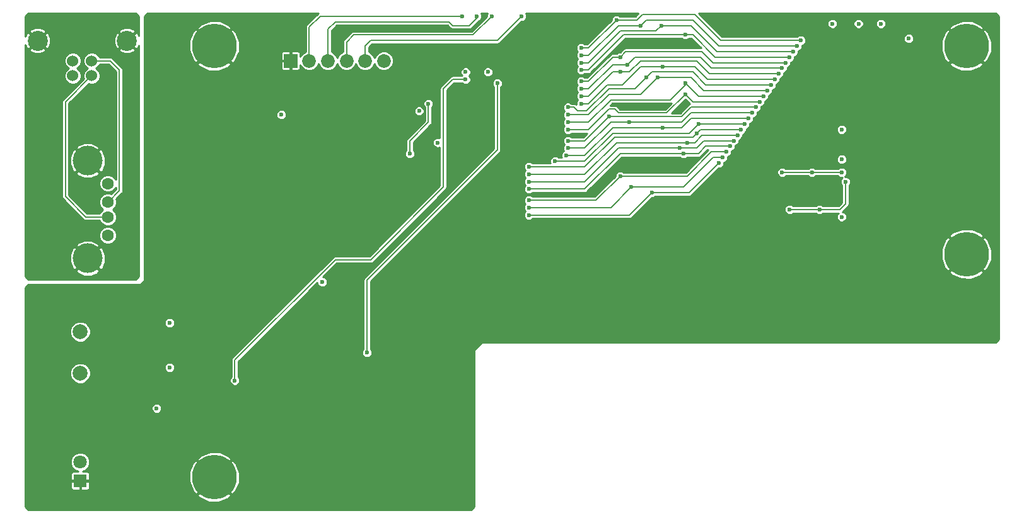
<source format=gbr>
G04 #@! TF.FileFunction,Copper,L2,Inr,Signal*
%FSLAX46Y46*%
G04 Gerber Fmt 4.6, Leading zero omitted, Abs format (unit mm)*
G04 Created by KiCad (PCBNEW 4.0.5+dfsg1-4~bpo8+1) date Mon Sep 25 13:54:36 2017*
%MOMM*%
%LPD*%
G01*
G04 APERTURE LIST*
%ADD10C,0.100000*%
%ADD11C,1.600000*%
%ADD12C,4.000000*%
%ADD13C,2.000000*%
%ADD14R,1.850000X1.850000*%
%ADD15C,1.850000*%
%ADD16C,1.524000*%
%ADD17C,2.700020*%
%ADD18C,6.000000*%
%ADD19C,1.800000*%
%ADD20R,1.800000X1.800000*%
%ADD21C,0.600000*%
%ADD22C,0.200000*%
%ADD23C,0.254000*%
G04 APERTURE END LIST*
D10*
D11*
X63710000Y-86500000D03*
X63710000Y-84000000D03*
X63710000Y-82000000D03*
X63710000Y-79500000D03*
D12*
X61000000Y-89570000D03*
X61000000Y-76430000D03*
D13*
X60000000Y-99456000D03*
X60000000Y-105044000D03*
D14*
X88250000Y-63000000D03*
D15*
X90750000Y-63000000D03*
X93250000Y-63000000D03*
X95750000Y-63000000D03*
X98250000Y-63000000D03*
X100750000Y-63000000D03*
D16*
X61540000Y-65000000D03*
X59000000Y-65000000D03*
X59000000Y-63001020D03*
X61540000Y-63001020D03*
D17*
X66269480Y-60301000D03*
X54270520Y-60301000D03*
D18*
X179000000Y-61000000D03*
X179000000Y-89000000D03*
X78000000Y-61000000D03*
X78000000Y-119000000D03*
D19*
X60000000Y-116960000D03*
D20*
X60000000Y-119500000D03*
D21*
X87000000Y-70250000D03*
X92500000Y-92750000D03*
X105500000Y-69750000D03*
X114750000Y-64500000D03*
X111750000Y-64500000D03*
X162250000Y-72250000D03*
X162250000Y-76250000D03*
X162250000Y-84000000D03*
X140000000Y-84500000D03*
X169250000Y-83000000D03*
X94750000Y-107000000D03*
X91250000Y-107000000D03*
X87750000Y-107000000D03*
X82500000Y-107750000D03*
X72000000Y-105750000D03*
X82500000Y-86250000D03*
X99000000Y-84500000D03*
X103000000Y-78500000D03*
X102250000Y-67500000D03*
X100500000Y-72000000D03*
X100500000Y-69750000D03*
X117250000Y-65500000D03*
X112000000Y-70000000D03*
X104250000Y-58500000D03*
X114750000Y-65500000D03*
X115250000Y-62000000D03*
X105000000Y-64000000D03*
X110750000Y-62750000D03*
X107750000Y-61000000D03*
X171750000Y-72000000D03*
X168500000Y-63000000D03*
X161000000Y-62500000D03*
X164250000Y-84000000D03*
X166000000Y-74250000D03*
X165750000Y-70250000D03*
X107250000Y-72750000D03*
X150000000Y-82750000D03*
X146250000Y-78500000D03*
X132500000Y-61000000D03*
X141250000Y-61000000D03*
X132500000Y-69000000D03*
X141250000Y-69000000D03*
X132500000Y-77000000D03*
X141500000Y-77000000D03*
X106750000Y-68750000D03*
X104250000Y-75500000D03*
X115250000Y-57000000D03*
X70250000Y-109750000D03*
X72000000Y-104250000D03*
X72000000Y-98250000D03*
X167500000Y-58000000D03*
X164500000Y-58000000D03*
X161000000Y-58000000D03*
X111250000Y-57000000D03*
X113250000Y-57000000D03*
X119250000Y-57000000D03*
X155250000Y-83000000D03*
X162750000Y-79250000D03*
X159250000Y-83000000D03*
X162250000Y-78000000D03*
X154250000Y-78000000D03*
X158250000Y-78000000D03*
X116000000Y-66000000D03*
X98500000Y-102250000D03*
X171250000Y-60000000D03*
X108000000Y-74000000D03*
X111750000Y-65500000D03*
X80750000Y-106000000D03*
X156750000Y-60250000D03*
X132000000Y-57500000D03*
X127250000Y-61250000D03*
X127250000Y-62250000D03*
X156250000Y-61000000D03*
X135250000Y-58250000D03*
X127250000Y-63250000D03*
X155750000Y-61750000D03*
X138000000Y-58250000D03*
X127250000Y-64250000D03*
X141250000Y-59500000D03*
X155250000Y-62500000D03*
X127250000Y-65750000D03*
X154750000Y-63250000D03*
X132500000Y-62500000D03*
X127250000Y-66750000D03*
X154250000Y-64000000D03*
X133500000Y-63500000D03*
X127250000Y-67750000D03*
X153750000Y-64750000D03*
X132500000Y-64500000D03*
X127250000Y-68750000D03*
X153250000Y-65500000D03*
X138250000Y-63750000D03*
X125500000Y-69250000D03*
X152750000Y-66250000D03*
X136000000Y-65250000D03*
X125500000Y-70250000D03*
X152250000Y-67000000D03*
X137500000Y-65250000D03*
X125500000Y-71250000D03*
X141250000Y-66000000D03*
X151750000Y-67750000D03*
X125500000Y-72250000D03*
X141250000Y-67500000D03*
X151250000Y-68500000D03*
X125500000Y-73750000D03*
X150750000Y-69250000D03*
X131000000Y-70500000D03*
X150250000Y-70000000D03*
X125500000Y-74750000D03*
X133750000Y-71250000D03*
X125250000Y-75750000D03*
X149750000Y-70750000D03*
X138250000Y-72000000D03*
X123750000Y-76500000D03*
X149250000Y-71500000D03*
X143000000Y-71500000D03*
X120250000Y-77250000D03*
X148750000Y-72250000D03*
X142750000Y-72750000D03*
X120250000Y-78250000D03*
X141500000Y-74000000D03*
X148250000Y-73000000D03*
X120250000Y-79250000D03*
X147750000Y-73750000D03*
X140500000Y-74750000D03*
X120250000Y-80250000D03*
X141000000Y-75500000D03*
X147250000Y-74500000D03*
X120250000Y-81750000D03*
X146750000Y-75250000D03*
X132500000Y-78500000D03*
X120250000Y-82750000D03*
X134000000Y-80000000D03*
X146250000Y-76000000D03*
X145750000Y-76750000D03*
X120250000Y-83750000D03*
X136750000Y-80750000D03*
D22*
X106750000Y-68750000D02*
X106750000Y-71250000D01*
X104250000Y-73750000D02*
X104250000Y-75500000D01*
X106750000Y-71250000D02*
X104250000Y-73750000D01*
X115250000Y-57000000D02*
X112750000Y-59500000D01*
X95750000Y-60500000D02*
X95750000Y-63000000D01*
X96750000Y-59500000D02*
X95750000Y-60500000D01*
X112750000Y-59500000D02*
X96750000Y-59500000D01*
X111250000Y-57000000D02*
X92250000Y-57000000D01*
X90750000Y-58500000D02*
X90750000Y-63000000D01*
X92250000Y-57000000D02*
X90750000Y-58500000D01*
X113250000Y-57000000D02*
X113250000Y-57250000D01*
X93250000Y-58750000D02*
X93250000Y-63000000D01*
X94250000Y-57750000D02*
X93250000Y-58750000D01*
X109500000Y-57750000D02*
X94250000Y-57750000D01*
X110000000Y-58250000D02*
X109500000Y-57750000D01*
X112250000Y-58250000D02*
X110000000Y-58250000D01*
X113250000Y-57250000D02*
X112250000Y-58250000D01*
X119250000Y-57000000D02*
X116000000Y-60250000D01*
X98250000Y-61000000D02*
X98250000Y-63000000D01*
X99000000Y-60250000D02*
X98250000Y-61000000D01*
X116000000Y-60250000D02*
X99000000Y-60250000D01*
X63710000Y-84000000D02*
X60750000Y-84000000D01*
X58000000Y-68540000D02*
X61540000Y-65000000D01*
X58000000Y-81250000D02*
X58000000Y-68540000D01*
X60750000Y-84000000D02*
X58000000Y-81250000D01*
X63460000Y-79500000D02*
X63500000Y-79500000D01*
X63710000Y-82000000D02*
X63750000Y-82000000D01*
X63750000Y-82000000D02*
X65250000Y-80500000D01*
X65250000Y-80500000D02*
X65250000Y-64250000D01*
X65250000Y-64250000D02*
X64001020Y-63001020D01*
X64001020Y-63001020D02*
X61540000Y-63001020D01*
X159250000Y-83000000D02*
X155250000Y-83000000D01*
X159250000Y-83000000D02*
X162000000Y-83000000D01*
X162750000Y-82250000D02*
X162750000Y-79250000D01*
X162000000Y-83000000D02*
X162750000Y-82250000D01*
X162250000Y-78000000D02*
X158250000Y-78000000D01*
X158250000Y-78000000D02*
X154250000Y-78000000D01*
X98500000Y-102250000D02*
X98500000Y-92500000D01*
X116000000Y-75000000D02*
X116000000Y-66000000D01*
X98500000Y-92500000D02*
X116000000Y-75000000D01*
X80750000Y-106000000D02*
X80750000Y-103250000D01*
X110000000Y-65500000D02*
X111750000Y-65500000D01*
X108750000Y-66750000D02*
X110000000Y-65500000D01*
X108750000Y-80000000D02*
X108750000Y-66750000D01*
X99000000Y-89750000D02*
X108750000Y-80000000D01*
X94250000Y-89750000D02*
X99000000Y-89750000D01*
X80750000Y-103250000D02*
X94250000Y-89750000D01*
X132000000Y-57500000D02*
X134750000Y-57500000D01*
X142500000Y-56750000D02*
X135500000Y-56750000D01*
X146000000Y-60250000D02*
X142500000Y-56750000D01*
X156750000Y-60250000D02*
X146000000Y-60250000D01*
X135500000Y-56750000D02*
X134750000Y-57500000D01*
X127250000Y-61250000D02*
X128250000Y-61250000D01*
X128250000Y-61250000D02*
X132000000Y-57500000D01*
X127250000Y-62250000D02*
X128250000Y-62250000D01*
X132250000Y-58250000D02*
X135250000Y-58250000D01*
X128250000Y-62250000D02*
X132250000Y-58250000D01*
X136000000Y-57500000D02*
X135250000Y-58250000D01*
X142250000Y-57500000D02*
X136000000Y-57500000D01*
X145750000Y-61000000D02*
X142250000Y-57500000D01*
X156250000Y-61000000D02*
X145750000Y-61000000D01*
X127250000Y-63250000D02*
X128250000Y-63250000D01*
X137250000Y-59000000D02*
X138000000Y-58250000D01*
X132500000Y-59000000D02*
X137250000Y-59000000D01*
X128250000Y-63250000D02*
X132500000Y-59000000D01*
X155750000Y-61750000D02*
X145500000Y-61750000D01*
X145500000Y-61750000D02*
X142000000Y-58250000D01*
X138000000Y-58250000D02*
X142000000Y-58250000D01*
X127250000Y-64250000D02*
X128250000Y-64250000D01*
X141250000Y-59500000D02*
X133000000Y-59500000D01*
X128250000Y-64250000D02*
X133000000Y-59500000D01*
X142250000Y-59500000D02*
X141250000Y-59500000D01*
X155250000Y-62500000D02*
X145250000Y-62500000D01*
X145250000Y-62500000D02*
X142250000Y-59500000D01*
X127250000Y-65750000D02*
X128250000Y-65750000D01*
X131500000Y-62500000D02*
X132500000Y-62500000D01*
X128250000Y-65750000D02*
X131500000Y-62500000D01*
X133250000Y-61750000D02*
X132500000Y-62500000D01*
X143500000Y-61750000D02*
X133250000Y-61750000D01*
X145000000Y-63250000D02*
X143500000Y-61750000D01*
X154750000Y-63250000D02*
X145000000Y-63250000D01*
X127250000Y-66750000D02*
X128250000Y-66750000D01*
X128250000Y-66750000D02*
X131500000Y-63500000D01*
X134500000Y-62500000D02*
X133500000Y-63500000D01*
X143250000Y-62500000D02*
X134500000Y-62500000D01*
X144750000Y-64000000D02*
X143250000Y-62500000D01*
X154250000Y-64000000D02*
X144750000Y-64000000D01*
X133500000Y-63500000D02*
X131500000Y-63500000D01*
X127250000Y-67750000D02*
X128250000Y-67750000D01*
X131500000Y-64500000D02*
X132500000Y-64500000D01*
X128250000Y-67750000D02*
X131500000Y-64500000D01*
X133750000Y-64500000D02*
X132500000Y-64500000D01*
X135250000Y-63000000D02*
X133750000Y-64500000D01*
X142750000Y-63000000D02*
X135250000Y-63000000D01*
X144500000Y-64750000D02*
X142750000Y-63000000D01*
X153750000Y-64750000D02*
X144500000Y-64750000D01*
X127250000Y-68750000D02*
X128250000Y-68750000D01*
X130750000Y-66250000D02*
X132750000Y-66250000D01*
X128250000Y-68750000D02*
X130750000Y-66250000D01*
X142500000Y-63750000D02*
X138250000Y-63750000D01*
X144250000Y-65500000D02*
X142500000Y-63750000D01*
X153250000Y-65500000D02*
X144250000Y-65500000D01*
X138250000Y-63750000D02*
X135250000Y-63750000D01*
X135250000Y-63750000D02*
X132750000Y-66250000D01*
X125500000Y-69250000D02*
X126250000Y-69250000D01*
X131000000Y-66750000D02*
X134500000Y-66750000D01*
X128000000Y-69750000D02*
X131000000Y-66750000D01*
X126750000Y-69750000D02*
X128000000Y-69750000D01*
X126250000Y-69250000D02*
X126750000Y-69750000D01*
X134500000Y-66750000D02*
X136000000Y-65250000D01*
X136000000Y-65250000D02*
X136750000Y-64500000D01*
X142250000Y-64500000D02*
X136750000Y-64500000D01*
X144000000Y-66250000D02*
X142250000Y-64500000D01*
X152750000Y-66250000D02*
X144000000Y-66250000D01*
X125500000Y-70250000D02*
X128250000Y-70250000D01*
X137500000Y-65250000D02*
X135250000Y-67500000D01*
X131000000Y-67500000D02*
X135250000Y-67500000D01*
X128250000Y-70250000D02*
X131000000Y-67500000D01*
X152250000Y-67000000D02*
X143750000Y-67000000D01*
X143750000Y-67000000D02*
X142000000Y-65250000D01*
X142000000Y-65250000D02*
X137500000Y-65250000D01*
X125500000Y-71250000D02*
X128250000Y-71250000D01*
X141250000Y-66000000D02*
X141250000Y-66250000D01*
X141250000Y-66250000D02*
X139250000Y-68250000D01*
X131250000Y-68250000D02*
X139250000Y-68250000D01*
X128250000Y-71250000D02*
X131250000Y-68250000D01*
X141250000Y-66000000D02*
X143000000Y-67750000D01*
X151750000Y-67750000D02*
X143000000Y-67750000D01*
X125500000Y-72250000D02*
X128250000Y-72250000D01*
X132250000Y-70000000D02*
X138750000Y-70000000D01*
X141250000Y-67500000D02*
X138750000Y-70000000D01*
X131750000Y-69500000D02*
X132250000Y-70000000D01*
X131000000Y-69500000D02*
X131750000Y-69500000D01*
X128250000Y-72250000D02*
X131000000Y-69500000D01*
X142250000Y-68500000D02*
X141250000Y-67500000D01*
X151250000Y-68500000D02*
X142250000Y-68500000D01*
X125500000Y-73750000D02*
X127750000Y-73750000D01*
X127750000Y-73750000D02*
X131000000Y-70500000D01*
X150750000Y-69250000D02*
X142000000Y-69250000D01*
X142000000Y-69250000D02*
X140750000Y-70500000D01*
X131000000Y-70500000D02*
X140750000Y-70500000D01*
X125500000Y-74750000D02*
X127750000Y-74750000D01*
X131250000Y-71250000D02*
X133750000Y-71250000D01*
X127750000Y-74750000D02*
X131250000Y-71250000D01*
X140750000Y-71250000D02*
X133750000Y-71250000D01*
X142000000Y-70000000D02*
X140750000Y-71250000D01*
X150250000Y-70000000D02*
X142000000Y-70000000D01*
X131500000Y-72000000D02*
X138250000Y-72000000D01*
X127750000Y-75750000D02*
X131500000Y-72000000D01*
X125250000Y-75750000D02*
X127750000Y-75750000D01*
X138250000Y-72000000D02*
X140750000Y-72000000D01*
X142000000Y-70750000D02*
X140750000Y-72000000D01*
X149750000Y-70750000D02*
X142000000Y-70750000D01*
X131500000Y-72750000D02*
X141750000Y-72750000D01*
X127750000Y-76500000D02*
X131500000Y-72750000D01*
X123750000Y-76500000D02*
X127750000Y-76500000D01*
X141750000Y-72750000D02*
X143000000Y-71500000D01*
X143000000Y-71500000D02*
X149250000Y-71500000D01*
X142250000Y-73250000D02*
X131750000Y-73250000D01*
X127750000Y-77250000D02*
X131750000Y-73250000D01*
X120250000Y-77250000D02*
X127750000Y-77250000D01*
X142750000Y-72750000D02*
X143250000Y-72250000D01*
X143250000Y-72250000D02*
X148750000Y-72250000D01*
X142750000Y-72750000D02*
X142250000Y-73250000D01*
X141500000Y-74000000D02*
X132000000Y-74000000D01*
X127750000Y-78250000D02*
X120250000Y-78250000D01*
X132000000Y-74000000D02*
X127750000Y-78250000D01*
X143500000Y-73000000D02*
X148250000Y-73000000D01*
X142500000Y-74000000D02*
X143500000Y-73000000D01*
X141500000Y-74000000D02*
X142500000Y-74000000D01*
X140500000Y-74750000D02*
X132250000Y-74750000D01*
X127750000Y-79250000D02*
X120250000Y-79250000D01*
X132250000Y-74750000D02*
X127750000Y-79250000D01*
X143750000Y-73750000D02*
X147750000Y-73750000D01*
X142750000Y-74750000D02*
X143750000Y-73750000D01*
X140500000Y-74750000D02*
X142750000Y-74750000D01*
X141000000Y-75500000D02*
X132500000Y-75500000D01*
X127750000Y-80250000D02*
X120250000Y-80250000D01*
X132500000Y-75500000D02*
X127750000Y-80250000D01*
X143000000Y-75500000D02*
X141000000Y-75500000D01*
X144000000Y-74500000D02*
X143000000Y-75500000D01*
X147250000Y-74500000D02*
X144000000Y-74500000D01*
X132500000Y-78500000D02*
X129250000Y-81750000D01*
X120250000Y-81750000D02*
X129250000Y-81750000D01*
X141500000Y-78500000D02*
X132500000Y-78500000D01*
X144750000Y-75250000D02*
X141500000Y-78500000D01*
X146750000Y-75250000D02*
X144750000Y-75250000D01*
X134000000Y-80000000D02*
X131250000Y-82750000D01*
X131250000Y-82750000D02*
X120250000Y-82750000D01*
X134000000Y-80000000D02*
X141000000Y-80000000D01*
X141000000Y-80000000D02*
X145000000Y-76000000D01*
X145000000Y-76000000D02*
X146250000Y-76000000D01*
X145750000Y-76750000D02*
X141750000Y-80750000D01*
X141750000Y-80750000D02*
X136750000Y-80750000D01*
X133750000Y-83750000D02*
X136750000Y-80750000D01*
X120250000Y-83750000D02*
X133750000Y-83750000D01*
D23*
G36*
X67873000Y-57052606D02*
X67873000Y-59648968D01*
X67740170Y-59325286D01*
X67733731Y-59315650D01*
X67494163Y-59166119D01*
X66359283Y-60301000D01*
X67494163Y-61435881D01*
X67733731Y-61286350D01*
X67873000Y-60953223D01*
X67873000Y-91947394D01*
X67447394Y-92373000D01*
X53052606Y-92373000D01*
X52627000Y-91947394D01*
X52627000Y-91263543D01*
X59396259Y-91263543D01*
X59624926Y-91570660D01*
X60495217Y-91944587D01*
X61442356Y-91957004D01*
X62322151Y-91606022D01*
X62375074Y-91570660D01*
X62603741Y-91263543D01*
X61000000Y-89659803D01*
X59396259Y-91263543D01*
X52627000Y-91263543D01*
X52627000Y-90012356D01*
X58612996Y-90012356D01*
X58963978Y-90892151D01*
X58999340Y-90945074D01*
X59306457Y-91173741D01*
X60910197Y-89570000D01*
X61089803Y-89570000D01*
X62693543Y-91173741D01*
X63000660Y-90945074D01*
X63374587Y-90074783D01*
X63387004Y-89127644D01*
X63036022Y-88247849D01*
X63000660Y-88194926D01*
X62693543Y-87966259D01*
X61089803Y-89570000D01*
X60910197Y-89570000D01*
X59306457Y-87966259D01*
X58999340Y-88194926D01*
X58625413Y-89065217D01*
X58612996Y-90012356D01*
X52627000Y-90012356D01*
X52627000Y-87876457D01*
X59396259Y-87876457D01*
X61000000Y-89480197D01*
X62603741Y-87876457D01*
X62375074Y-87569340D01*
X61504783Y-87195413D01*
X60557644Y-87182996D01*
X59677849Y-87533978D01*
X59624926Y-87569340D01*
X59396259Y-87876457D01*
X52627000Y-87876457D01*
X52627000Y-86733885D01*
X62528796Y-86733885D01*
X62708213Y-87168109D01*
X63040144Y-87500619D01*
X63474054Y-87680794D01*
X63943885Y-87681204D01*
X64378109Y-87501787D01*
X64710619Y-87169856D01*
X64890794Y-86735946D01*
X64891204Y-86266115D01*
X64711787Y-85831891D01*
X64379856Y-85499381D01*
X63945946Y-85319206D01*
X63476115Y-85318796D01*
X63041891Y-85498213D01*
X62709381Y-85830144D01*
X62529206Y-86264054D01*
X62528796Y-86733885D01*
X52627000Y-86733885D01*
X52627000Y-68540000D01*
X57519000Y-68540000D01*
X57519000Y-81250000D01*
X57555614Y-81434071D01*
X57659882Y-81590118D01*
X60409881Y-84340118D01*
X60565929Y-84444386D01*
X60750000Y-84481000D01*
X62630901Y-84481000D01*
X62708213Y-84668109D01*
X63040144Y-85000619D01*
X63474054Y-85180794D01*
X63943885Y-85181204D01*
X64378109Y-85001787D01*
X64710619Y-84669856D01*
X64890794Y-84235946D01*
X64891204Y-83766115D01*
X64711787Y-83331891D01*
X64380187Y-82999713D01*
X64710619Y-82669856D01*
X64890794Y-82235946D01*
X64891204Y-81766115D01*
X64824809Y-81605427D01*
X65590118Y-80840119D01*
X65694386Y-80684071D01*
X65695038Y-80680794D01*
X65731000Y-80500000D01*
X65731000Y-64250000D01*
X65694386Y-64065929D01*
X65670677Y-64030446D01*
X65590118Y-63909881D01*
X64341138Y-62660902D01*
X64185091Y-62556634D01*
X64001020Y-62520020D01*
X62577983Y-62520020D01*
X62509554Y-62354408D01*
X62188303Y-62032597D01*
X61768354Y-61858219D01*
X61313641Y-61857822D01*
X60893388Y-62031466D01*
X60571577Y-62352717D01*
X60397199Y-62772666D01*
X60396802Y-63227379D01*
X60570446Y-63647632D01*
X60891697Y-63969443D01*
X60966178Y-64000370D01*
X60893388Y-64030446D01*
X60571577Y-64351697D01*
X60397199Y-64771646D01*
X60396802Y-65226359D01*
X60465980Y-65393784D01*
X57659882Y-68199882D01*
X57555614Y-68355929D01*
X57519000Y-68540000D01*
X52627000Y-68540000D01*
X52627000Y-63227379D01*
X57856802Y-63227379D01*
X58030446Y-63647632D01*
X58351697Y-63969443D01*
X58426178Y-64000370D01*
X58353388Y-64030446D01*
X58031577Y-64351697D01*
X57857199Y-64771646D01*
X57856802Y-65226359D01*
X58030446Y-65646612D01*
X58351697Y-65968423D01*
X58771646Y-66142801D01*
X59226359Y-66143198D01*
X59646612Y-65969554D01*
X59968423Y-65648303D01*
X60142801Y-65228354D01*
X60143198Y-64773641D01*
X59969554Y-64353388D01*
X59648303Y-64031577D01*
X59573822Y-64000650D01*
X59646612Y-63970574D01*
X59968423Y-63649323D01*
X60142801Y-63229374D01*
X60143198Y-62774661D01*
X59969554Y-62354408D01*
X59648303Y-62032597D01*
X59228354Y-61858219D01*
X58773641Y-61857822D01*
X58353388Y-62031466D01*
X58031577Y-62352717D01*
X57857199Y-62772666D01*
X57856802Y-63227379D01*
X52627000Y-63227379D01*
X52627000Y-61525683D01*
X53135639Y-61525683D01*
X53285170Y-61765251D01*
X53920519Y-62030869D01*
X54609153Y-62033130D01*
X55246234Y-61771690D01*
X55255870Y-61765251D01*
X55405401Y-61525683D01*
X65134599Y-61525683D01*
X65284130Y-61765251D01*
X65919479Y-62030869D01*
X66608113Y-62033130D01*
X67245194Y-61771690D01*
X67254830Y-61765251D01*
X67404361Y-61525683D01*
X66269480Y-60390803D01*
X65134599Y-61525683D01*
X55405401Y-61525683D01*
X54270520Y-60390803D01*
X53135639Y-61525683D01*
X52627000Y-61525683D01*
X52627000Y-60855559D01*
X52799830Y-61276714D01*
X52806269Y-61286350D01*
X53045837Y-61435881D01*
X54180717Y-60301000D01*
X54360323Y-60301000D01*
X55495203Y-61435881D01*
X55734771Y-61286350D01*
X56000389Y-60651001D01*
X56000426Y-60639633D01*
X64537350Y-60639633D01*
X64798790Y-61276714D01*
X64805229Y-61286350D01*
X65044797Y-61435881D01*
X66179677Y-60301000D01*
X65044797Y-59166119D01*
X64805229Y-59315650D01*
X64539611Y-59950999D01*
X64537350Y-60639633D01*
X56000426Y-60639633D01*
X56002650Y-59962367D01*
X55741210Y-59325286D01*
X55734771Y-59315650D01*
X55495203Y-59166119D01*
X54360323Y-60301000D01*
X54180717Y-60301000D01*
X53045837Y-59166119D01*
X52806269Y-59315650D01*
X52627000Y-59744455D01*
X52627000Y-59076317D01*
X53135639Y-59076317D01*
X54270520Y-60211197D01*
X55405401Y-59076317D01*
X65134599Y-59076317D01*
X66269480Y-60211197D01*
X67404361Y-59076317D01*
X67254830Y-58836749D01*
X66619481Y-58571131D01*
X65930847Y-58568870D01*
X65293766Y-58830310D01*
X65284130Y-58836749D01*
X65134599Y-59076317D01*
X55405401Y-59076317D01*
X55255870Y-58836749D01*
X54620521Y-58571131D01*
X53931887Y-58568870D01*
X53294806Y-58830310D01*
X53285170Y-58836749D01*
X53135639Y-59076317D01*
X52627000Y-59076317D01*
X52627000Y-57052606D01*
X53052606Y-56627000D01*
X67447394Y-56627000D01*
X67873000Y-57052606D01*
X67873000Y-57052606D01*
G37*
X67873000Y-57052606D02*
X67873000Y-59648968D01*
X67740170Y-59325286D01*
X67733731Y-59315650D01*
X67494163Y-59166119D01*
X66359283Y-60301000D01*
X67494163Y-61435881D01*
X67733731Y-61286350D01*
X67873000Y-60953223D01*
X67873000Y-91947394D01*
X67447394Y-92373000D01*
X53052606Y-92373000D01*
X52627000Y-91947394D01*
X52627000Y-91263543D01*
X59396259Y-91263543D01*
X59624926Y-91570660D01*
X60495217Y-91944587D01*
X61442356Y-91957004D01*
X62322151Y-91606022D01*
X62375074Y-91570660D01*
X62603741Y-91263543D01*
X61000000Y-89659803D01*
X59396259Y-91263543D01*
X52627000Y-91263543D01*
X52627000Y-90012356D01*
X58612996Y-90012356D01*
X58963978Y-90892151D01*
X58999340Y-90945074D01*
X59306457Y-91173741D01*
X60910197Y-89570000D01*
X61089803Y-89570000D01*
X62693543Y-91173741D01*
X63000660Y-90945074D01*
X63374587Y-90074783D01*
X63387004Y-89127644D01*
X63036022Y-88247849D01*
X63000660Y-88194926D01*
X62693543Y-87966259D01*
X61089803Y-89570000D01*
X60910197Y-89570000D01*
X59306457Y-87966259D01*
X58999340Y-88194926D01*
X58625413Y-89065217D01*
X58612996Y-90012356D01*
X52627000Y-90012356D01*
X52627000Y-87876457D01*
X59396259Y-87876457D01*
X61000000Y-89480197D01*
X62603741Y-87876457D01*
X62375074Y-87569340D01*
X61504783Y-87195413D01*
X60557644Y-87182996D01*
X59677849Y-87533978D01*
X59624926Y-87569340D01*
X59396259Y-87876457D01*
X52627000Y-87876457D01*
X52627000Y-86733885D01*
X62528796Y-86733885D01*
X62708213Y-87168109D01*
X63040144Y-87500619D01*
X63474054Y-87680794D01*
X63943885Y-87681204D01*
X64378109Y-87501787D01*
X64710619Y-87169856D01*
X64890794Y-86735946D01*
X64891204Y-86266115D01*
X64711787Y-85831891D01*
X64379856Y-85499381D01*
X63945946Y-85319206D01*
X63476115Y-85318796D01*
X63041891Y-85498213D01*
X62709381Y-85830144D01*
X62529206Y-86264054D01*
X62528796Y-86733885D01*
X52627000Y-86733885D01*
X52627000Y-68540000D01*
X57519000Y-68540000D01*
X57519000Y-81250000D01*
X57555614Y-81434071D01*
X57659882Y-81590118D01*
X60409881Y-84340118D01*
X60565929Y-84444386D01*
X60750000Y-84481000D01*
X62630901Y-84481000D01*
X62708213Y-84668109D01*
X63040144Y-85000619D01*
X63474054Y-85180794D01*
X63943885Y-85181204D01*
X64378109Y-85001787D01*
X64710619Y-84669856D01*
X64890794Y-84235946D01*
X64891204Y-83766115D01*
X64711787Y-83331891D01*
X64380187Y-82999713D01*
X64710619Y-82669856D01*
X64890794Y-82235946D01*
X64891204Y-81766115D01*
X64824809Y-81605427D01*
X65590118Y-80840119D01*
X65694386Y-80684071D01*
X65695038Y-80680794D01*
X65731000Y-80500000D01*
X65731000Y-64250000D01*
X65694386Y-64065929D01*
X65670677Y-64030446D01*
X65590118Y-63909881D01*
X64341138Y-62660902D01*
X64185091Y-62556634D01*
X64001020Y-62520020D01*
X62577983Y-62520020D01*
X62509554Y-62354408D01*
X62188303Y-62032597D01*
X61768354Y-61858219D01*
X61313641Y-61857822D01*
X60893388Y-62031466D01*
X60571577Y-62352717D01*
X60397199Y-62772666D01*
X60396802Y-63227379D01*
X60570446Y-63647632D01*
X60891697Y-63969443D01*
X60966178Y-64000370D01*
X60893388Y-64030446D01*
X60571577Y-64351697D01*
X60397199Y-64771646D01*
X60396802Y-65226359D01*
X60465980Y-65393784D01*
X57659882Y-68199882D01*
X57555614Y-68355929D01*
X57519000Y-68540000D01*
X52627000Y-68540000D01*
X52627000Y-63227379D01*
X57856802Y-63227379D01*
X58030446Y-63647632D01*
X58351697Y-63969443D01*
X58426178Y-64000370D01*
X58353388Y-64030446D01*
X58031577Y-64351697D01*
X57857199Y-64771646D01*
X57856802Y-65226359D01*
X58030446Y-65646612D01*
X58351697Y-65968423D01*
X58771646Y-66142801D01*
X59226359Y-66143198D01*
X59646612Y-65969554D01*
X59968423Y-65648303D01*
X60142801Y-65228354D01*
X60143198Y-64773641D01*
X59969554Y-64353388D01*
X59648303Y-64031577D01*
X59573822Y-64000650D01*
X59646612Y-63970574D01*
X59968423Y-63649323D01*
X60142801Y-63229374D01*
X60143198Y-62774661D01*
X59969554Y-62354408D01*
X59648303Y-62032597D01*
X59228354Y-61858219D01*
X58773641Y-61857822D01*
X58353388Y-62031466D01*
X58031577Y-62352717D01*
X57857199Y-62772666D01*
X57856802Y-63227379D01*
X52627000Y-63227379D01*
X52627000Y-61525683D01*
X53135639Y-61525683D01*
X53285170Y-61765251D01*
X53920519Y-62030869D01*
X54609153Y-62033130D01*
X55246234Y-61771690D01*
X55255870Y-61765251D01*
X55405401Y-61525683D01*
X65134599Y-61525683D01*
X65284130Y-61765251D01*
X65919479Y-62030869D01*
X66608113Y-62033130D01*
X67245194Y-61771690D01*
X67254830Y-61765251D01*
X67404361Y-61525683D01*
X66269480Y-60390803D01*
X65134599Y-61525683D01*
X55405401Y-61525683D01*
X54270520Y-60390803D01*
X53135639Y-61525683D01*
X52627000Y-61525683D01*
X52627000Y-60855559D01*
X52799830Y-61276714D01*
X52806269Y-61286350D01*
X53045837Y-61435881D01*
X54180717Y-60301000D01*
X54360323Y-60301000D01*
X55495203Y-61435881D01*
X55734771Y-61286350D01*
X56000389Y-60651001D01*
X56000426Y-60639633D01*
X64537350Y-60639633D01*
X64798790Y-61276714D01*
X64805229Y-61286350D01*
X65044797Y-61435881D01*
X66179677Y-60301000D01*
X65044797Y-59166119D01*
X64805229Y-59315650D01*
X64539611Y-59950999D01*
X64537350Y-60639633D01*
X56000426Y-60639633D01*
X56002650Y-59962367D01*
X55741210Y-59325286D01*
X55734771Y-59315650D01*
X55495203Y-59166119D01*
X54360323Y-60301000D01*
X54180717Y-60301000D01*
X53045837Y-59166119D01*
X52806269Y-59315650D01*
X52627000Y-59744455D01*
X52627000Y-59076317D01*
X53135639Y-59076317D01*
X54270520Y-60211197D01*
X55405401Y-59076317D01*
X65134599Y-59076317D01*
X66269480Y-60211197D01*
X67404361Y-59076317D01*
X67254830Y-58836749D01*
X66619481Y-58571131D01*
X65930847Y-58568870D01*
X65293766Y-58830310D01*
X65284130Y-58836749D01*
X65134599Y-59076317D01*
X55405401Y-59076317D01*
X55255870Y-58836749D01*
X54620521Y-58571131D01*
X53931887Y-58568870D01*
X53294806Y-58830310D01*
X53285170Y-58836749D01*
X53135639Y-59076317D01*
X52627000Y-59076317D01*
X52627000Y-57052606D01*
X53052606Y-56627000D01*
X67447394Y-56627000D01*
X67873000Y-57052606D01*
G36*
X64769000Y-64449237D02*
X64769000Y-78970358D01*
X64711787Y-78831891D01*
X64379856Y-78499381D01*
X63945946Y-78319206D01*
X63476115Y-78318796D01*
X63041891Y-78498213D01*
X62709381Y-78830144D01*
X62529206Y-79264054D01*
X62528796Y-79733885D01*
X62708213Y-80168109D01*
X63040144Y-80500619D01*
X63474054Y-80680794D01*
X63943885Y-80681204D01*
X64378109Y-80501787D01*
X64710619Y-80169856D01*
X64769000Y-80029259D01*
X64769000Y-80300763D01*
X64161183Y-80908580D01*
X63945946Y-80819206D01*
X63476115Y-80818796D01*
X63041891Y-80998213D01*
X62709381Y-81330144D01*
X62529206Y-81764054D01*
X62528796Y-82233885D01*
X62708213Y-82668109D01*
X63039813Y-83000287D01*
X62709381Y-83330144D01*
X62630961Y-83519000D01*
X60949237Y-83519000D01*
X58481000Y-81050764D01*
X58481000Y-78123543D01*
X59396259Y-78123543D01*
X59624926Y-78430660D01*
X60495217Y-78804587D01*
X61442356Y-78817004D01*
X62322151Y-78466022D01*
X62375074Y-78430660D01*
X62603741Y-78123543D01*
X61000000Y-76519803D01*
X59396259Y-78123543D01*
X58481000Y-78123543D01*
X58481000Y-76872356D01*
X58612996Y-76872356D01*
X58963978Y-77752151D01*
X58999340Y-77805074D01*
X59306457Y-78033741D01*
X60910197Y-76430000D01*
X61089803Y-76430000D01*
X62693543Y-78033741D01*
X63000660Y-77805074D01*
X63374587Y-76934783D01*
X63387004Y-75987644D01*
X63036022Y-75107849D01*
X63000660Y-75054926D01*
X62693543Y-74826259D01*
X61089803Y-76430000D01*
X60910197Y-76430000D01*
X59306457Y-74826259D01*
X58999340Y-75054926D01*
X58625413Y-75925217D01*
X58612996Y-76872356D01*
X58481000Y-76872356D01*
X58481000Y-74736457D01*
X59396259Y-74736457D01*
X61000000Y-76340197D01*
X62603741Y-74736457D01*
X62375074Y-74429340D01*
X61504783Y-74055413D01*
X60557644Y-74042996D01*
X59677849Y-74393978D01*
X59624926Y-74429340D01*
X59396259Y-74736457D01*
X58481000Y-74736457D01*
X58481000Y-68739236D01*
X61146153Y-66074083D01*
X61311646Y-66142801D01*
X61766359Y-66143198D01*
X62186612Y-65969554D01*
X62508423Y-65648303D01*
X62682801Y-65228354D01*
X62683198Y-64773641D01*
X62509554Y-64353388D01*
X62188303Y-64031577D01*
X62113822Y-64000650D01*
X62186612Y-63970574D01*
X62508423Y-63649323D01*
X62577893Y-63482020D01*
X63801784Y-63482020D01*
X64769000Y-64449237D01*
X64769000Y-64449237D01*
G37*
X64769000Y-64449237D02*
X64769000Y-78970358D01*
X64711787Y-78831891D01*
X64379856Y-78499381D01*
X63945946Y-78319206D01*
X63476115Y-78318796D01*
X63041891Y-78498213D01*
X62709381Y-78830144D01*
X62529206Y-79264054D01*
X62528796Y-79733885D01*
X62708213Y-80168109D01*
X63040144Y-80500619D01*
X63474054Y-80680794D01*
X63943885Y-80681204D01*
X64378109Y-80501787D01*
X64710619Y-80169856D01*
X64769000Y-80029259D01*
X64769000Y-80300763D01*
X64161183Y-80908580D01*
X63945946Y-80819206D01*
X63476115Y-80818796D01*
X63041891Y-80998213D01*
X62709381Y-81330144D01*
X62529206Y-81764054D01*
X62528796Y-82233885D01*
X62708213Y-82668109D01*
X63039813Y-83000287D01*
X62709381Y-83330144D01*
X62630961Y-83519000D01*
X60949237Y-83519000D01*
X58481000Y-81050764D01*
X58481000Y-78123543D01*
X59396259Y-78123543D01*
X59624926Y-78430660D01*
X60495217Y-78804587D01*
X61442356Y-78817004D01*
X62322151Y-78466022D01*
X62375074Y-78430660D01*
X62603741Y-78123543D01*
X61000000Y-76519803D01*
X59396259Y-78123543D01*
X58481000Y-78123543D01*
X58481000Y-76872356D01*
X58612996Y-76872356D01*
X58963978Y-77752151D01*
X58999340Y-77805074D01*
X59306457Y-78033741D01*
X60910197Y-76430000D01*
X61089803Y-76430000D01*
X62693543Y-78033741D01*
X63000660Y-77805074D01*
X63374587Y-76934783D01*
X63387004Y-75987644D01*
X63036022Y-75107849D01*
X63000660Y-75054926D01*
X62693543Y-74826259D01*
X61089803Y-76430000D01*
X60910197Y-76430000D01*
X59306457Y-74826259D01*
X58999340Y-75054926D01*
X58625413Y-75925217D01*
X58612996Y-76872356D01*
X58481000Y-76872356D01*
X58481000Y-74736457D01*
X59396259Y-74736457D01*
X61000000Y-76340197D01*
X62603741Y-74736457D01*
X62375074Y-74429340D01*
X61504783Y-74055413D01*
X60557644Y-74042996D01*
X59677849Y-74393978D01*
X59624926Y-74429340D01*
X59396259Y-74736457D01*
X58481000Y-74736457D01*
X58481000Y-68739236D01*
X61146153Y-66074083D01*
X61311646Y-66142801D01*
X61766359Y-66143198D01*
X62186612Y-65969554D01*
X62508423Y-65648303D01*
X62682801Y-65228354D01*
X62683198Y-64773641D01*
X62509554Y-64353388D01*
X62188303Y-64031577D01*
X62113822Y-64000650D01*
X62186612Y-63970574D01*
X62508423Y-63649323D01*
X62577893Y-63482020D01*
X63801784Y-63482020D01*
X64769000Y-64449237D01*
G36*
X91909881Y-56659882D02*
X90409882Y-58159882D01*
X90305614Y-58315929D01*
X90269000Y-58500000D01*
X90269000Y-61785651D01*
X90011177Y-61892182D01*
X89643473Y-62259245D01*
X89556000Y-62469903D01*
X89556000Y-61999215D01*
X89497996Y-61859181D01*
X89390820Y-61752004D01*
X89250786Y-61694000D01*
X88408750Y-61694000D01*
X88313500Y-61789250D01*
X88313500Y-62936500D01*
X88333500Y-62936500D01*
X88333500Y-63063500D01*
X88313500Y-63063500D01*
X88313500Y-64210750D01*
X88408750Y-64306000D01*
X89250786Y-64306000D01*
X89390820Y-64247996D01*
X89497996Y-64140819D01*
X89556000Y-64000785D01*
X89556000Y-63530247D01*
X89642182Y-63738823D01*
X90009245Y-64106527D01*
X90489081Y-64305773D01*
X91008640Y-64306226D01*
X91488823Y-64107818D01*
X91856527Y-63740755D01*
X92000107Y-63394977D01*
X92142182Y-63738823D01*
X92509245Y-64106527D01*
X92989081Y-64305773D01*
X93508640Y-64306226D01*
X93988823Y-64107818D01*
X94356527Y-63740755D01*
X94500107Y-63394977D01*
X94642182Y-63738823D01*
X95009245Y-64106527D01*
X95489081Y-64305773D01*
X96008640Y-64306226D01*
X96488823Y-64107818D01*
X96856527Y-63740755D01*
X97000107Y-63394977D01*
X97142182Y-63738823D01*
X97509245Y-64106527D01*
X97989081Y-64305773D01*
X98508640Y-64306226D01*
X98988823Y-64107818D01*
X99356527Y-63740755D01*
X99500107Y-63394977D01*
X99642182Y-63738823D01*
X100009245Y-64106527D01*
X100489081Y-64305773D01*
X101008640Y-64306226D01*
X101488823Y-64107818D01*
X101856527Y-63740755D01*
X102055773Y-63260919D01*
X102056226Y-62741360D01*
X101857818Y-62261177D01*
X101490755Y-61893473D01*
X101010919Y-61694227D01*
X100491360Y-61693774D01*
X100011177Y-61892182D01*
X99643473Y-62259245D01*
X99499893Y-62605023D01*
X99357818Y-62261177D01*
X98990755Y-61893473D01*
X98731000Y-61785613D01*
X98731000Y-61199236D01*
X99199236Y-60731000D01*
X116000000Y-60731000D01*
X116184071Y-60694386D01*
X116340118Y-60590118D01*
X119249236Y-57681000D01*
X119384865Y-57681118D01*
X119635252Y-57577661D01*
X119826987Y-57386259D01*
X119930882Y-57136054D01*
X119931118Y-56865135D01*
X119832723Y-56627000D01*
X134942764Y-56627000D01*
X134550764Y-57019000D01*
X132482079Y-57019000D01*
X132386259Y-56923013D01*
X132136054Y-56819118D01*
X131865135Y-56818882D01*
X131614748Y-56922339D01*
X131423013Y-57113741D01*
X131319118Y-57363946D01*
X131318999Y-57500765D01*
X128050764Y-60769000D01*
X127732079Y-60769000D01*
X127636259Y-60673013D01*
X127386054Y-60569118D01*
X127115135Y-60568882D01*
X126864748Y-60672339D01*
X126673013Y-60863741D01*
X126569118Y-61113946D01*
X126568882Y-61384865D01*
X126672339Y-61635252D01*
X126786920Y-61750032D01*
X126673013Y-61863741D01*
X126569118Y-62113946D01*
X126568882Y-62384865D01*
X126672339Y-62635252D01*
X126786920Y-62750032D01*
X126673013Y-62863741D01*
X126569118Y-63113946D01*
X126568882Y-63384865D01*
X126672339Y-63635252D01*
X126786920Y-63750032D01*
X126673013Y-63863741D01*
X126569118Y-64113946D01*
X126568882Y-64384865D01*
X126672339Y-64635252D01*
X126863741Y-64826987D01*
X127113946Y-64930882D01*
X127384865Y-64931118D01*
X127635252Y-64827661D01*
X127732081Y-64731000D01*
X128250000Y-64731000D01*
X128434071Y-64694386D01*
X128590118Y-64590118D01*
X133199237Y-59981000D01*
X140767921Y-59981000D01*
X140863741Y-60076987D01*
X141113946Y-60180882D01*
X141384865Y-60181118D01*
X141635252Y-60077661D01*
X141732081Y-59981000D01*
X142050764Y-59981000D01*
X143338764Y-61269000D01*
X133250000Y-61269000D01*
X133065929Y-61305614D01*
X132909882Y-61409882D01*
X132500764Y-61819000D01*
X132365135Y-61818882D01*
X132114748Y-61922339D01*
X132017919Y-62019000D01*
X131500000Y-62019000D01*
X131315934Y-62055613D01*
X131315929Y-62055614D01*
X131159882Y-62159882D01*
X128050764Y-65269000D01*
X127732079Y-65269000D01*
X127636259Y-65173013D01*
X127386054Y-65069118D01*
X127115135Y-65068882D01*
X126864748Y-65172339D01*
X126673013Y-65363741D01*
X126569118Y-65613946D01*
X126568882Y-65884865D01*
X126672339Y-66135252D01*
X126786920Y-66250032D01*
X126673013Y-66363741D01*
X126569118Y-66613946D01*
X126568882Y-66884865D01*
X126672339Y-67135252D01*
X126786920Y-67250032D01*
X126673013Y-67363741D01*
X126569118Y-67613946D01*
X126568882Y-67884865D01*
X126672339Y-68135252D01*
X126786920Y-68250032D01*
X126673013Y-68363741D01*
X126569118Y-68613946D01*
X126568882Y-68884865D01*
X126575062Y-68899822D01*
X126434071Y-68805614D01*
X126250000Y-68769000D01*
X125982079Y-68769000D01*
X125886259Y-68673013D01*
X125636054Y-68569118D01*
X125365135Y-68568882D01*
X125114748Y-68672339D01*
X124923013Y-68863741D01*
X124819118Y-69113946D01*
X124818882Y-69384865D01*
X124922339Y-69635252D01*
X125036920Y-69750032D01*
X124923013Y-69863741D01*
X124819118Y-70113946D01*
X124818882Y-70384865D01*
X124922339Y-70635252D01*
X125036920Y-70750032D01*
X124923013Y-70863741D01*
X124819118Y-71113946D01*
X124818882Y-71384865D01*
X124922339Y-71635252D01*
X125036920Y-71750032D01*
X124923013Y-71863741D01*
X124819118Y-72113946D01*
X124818882Y-72384865D01*
X124922339Y-72635252D01*
X125113741Y-72826987D01*
X125363946Y-72930882D01*
X125634865Y-72931118D01*
X125885252Y-72827661D01*
X125982081Y-72731000D01*
X128088764Y-72731000D01*
X127550764Y-73269000D01*
X125982079Y-73269000D01*
X125886259Y-73173013D01*
X125636054Y-73069118D01*
X125365135Y-73068882D01*
X125114748Y-73172339D01*
X124923013Y-73363741D01*
X124819118Y-73613946D01*
X124818882Y-73884865D01*
X124922339Y-74135252D01*
X125036920Y-74250032D01*
X124923013Y-74363741D01*
X124819118Y-74613946D01*
X124818882Y-74884865D01*
X124922339Y-75135252D01*
X124931732Y-75144662D01*
X124864748Y-75172339D01*
X124673013Y-75363741D01*
X124569118Y-75613946D01*
X124568882Y-75884865D01*
X124624305Y-76019000D01*
X124232079Y-76019000D01*
X124136259Y-75923013D01*
X123886054Y-75819118D01*
X123615135Y-75818882D01*
X123364748Y-75922339D01*
X123173013Y-76113741D01*
X123069118Y-76363946D01*
X123068882Y-76634865D01*
X123124305Y-76769000D01*
X120732079Y-76769000D01*
X120636259Y-76673013D01*
X120386054Y-76569118D01*
X120115135Y-76568882D01*
X119864748Y-76672339D01*
X119673013Y-76863741D01*
X119569118Y-77113946D01*
X119568882Y-77384865D01*
X119672339Y-77635252D01*
X119786920Y-77750032D01*
X119673013Y-77863741D01*
X119569118Y-78113946D01*
X119568882Y-78384865D01*
X119672339Y-78635252D01*
X119786920Y-78750032D01*
X119673013Y-78863741D01*
X119569118Y-79113946D01*
X119568882Y-79384865D01*
X119672339Y-79635252D01*
X119786920Y-79750032D01*
X119673013Y-79863741D01*
X119569118Y-80113946D01*
X119568882Y-80384865D01*
X119672339Y-80635252D01*
X119863741Y-80826987D01*
X120113946Y-80930882D01*
X120384865Y-80931118D01*
X120635252Y-80827661D01*
X120732081Y-80731000D01*
X127750000Y-80731000D01*
X127934071Y-80694386D01*
X128090118Y-80590118D01*
X132699237Y-75981000D01*
X140517921Y-75981000D01*
X140613741Y-76076987D01*
X140863946Y-76180882D01*
X141134865Y-76181118D01*
X141385252Y-76077661D01*
X141482081Y-75981000D01*
X143000000Y-75981000D01*
X143184071Y-75944386D01*
X143340118Y-75840118D01*
X144199237Y-74981000D01*
X144338764Y-74981000D01*
X141300764Y-78019000D01*
X132982079Y-78019000D01*
X132886259Y-77923013D01*
X132636054Y-77819118D01*
X132365135Y-77818882D01*
X132114748Y-77922339D01*
X131923013Y-78113741D01*
X131819118Y-78363946D01*
X131818999Y-78500765D01*
X129050764Y-81269000D01*
X120732079Y-81269000D01*
X120636259Y-81173013D01*
X120386054Y-81069118D01*
X120115135Y-81068882D01*
X119864748Y-81172339D01*
X119673013Y-81363741D01*
X119569118Y-81613946D01*
X119568882Y-81884865D01*
X119672339Y-82135252D01*
X119786920Y-82250032D01*
X119673013Y-82363741D01*
X119569118Y-82613946D01*
X119568882Y-82884865D01*
X119672339Y-83135252D01*
X119786920Y-83250032D01*
X119673013Y-83363741D01*
X119569118Y-83613946D01*
X119568882Y-83884865D01*
X119672339Y-84135252D01*
X119863741Y-84326987D01*
X120113946Y-84430882D01*
X120384865Y-84431118D01*
X120635252Y-84327661D01*
X120732081Y-84231000D01*
X133750000Y-84231000D01*
X133934071Y-84194386D01*
X134090118Y-84090118D01*
X136749237Y-81431000D01*
X136884865Y-81431118D01*
X137135252Y-81327661D01*
X137232081Y-81231000D01*
X141750000Y-81231000D01*
X141934071Y-81194386D01*
X142090118Y-81090118D01*
X145045371Y-78134865D01*
X153568882Y-78134865D01*
X153672339Y-78385252D01*
X153863741Y-78576987D01*
X154113946Y-78680882D01*
X154384865Y-78681118D01*
X154635252Y-78577661D01*
X154732081Y-78481000D01*
X157767921Y-78481000D01*
X157863741Y-78576987D01*
X158113946Y-78680882D01*
X158384865Y-78681118D01*
X158635252Y-78577661D01*
X158732081Y-78481000D01*
X161767921Y-78481000D01*
X161863741Y-78576987D01*
X162113946Y-78680882D01*
X162355979Y-78681093D01*
X162173013Y-78863741D01*
X162069118Y-79113946D01*
X162068882Y-79384865D01*
X162172339Y-79635252D01*
X162269000Y-79732081D01*
X162269000Y-82050764D01*
X161800764Y-82519000D01*
X159732079Y-82519000D01*
X159636259Y-82423013D01*
X159386054Y-82319118D01*
X159115135Y-82318882D01*
X158864748Y-82422339D01*
X158767919Y-82519000D01*
X155732079Y-82519000D01*
X155636259Y-82423013D01*
X155386054Y-82319118D01*
X155115135Y-82318882D01*
X154864748Y-82422339D01*
X154673013Y-82613741D01*
X154569118Y-82863946D01*
X154568882Y-83134865D01*
X154672339Y-83385252D01*
X154863741Y-83576987D01*
X155113946Y-83680882D01*
X155384865Y-83681118D01*
X155635252Y-83577661D01*
X155732081Y-83481000D01*
X158767921Y-83481000D01*
X158863741Y-83576987D01*
X159113946Y-83680882D01*
X159384865Y-83681118D01*
X159635252Y-83577661D01*
X159732081Y-83481000D01*
X161805985Y-83481000D01*
X161673013Y-83613741D01*
X161569118Y-83863946D01*
X161568882Y-84134865D01*
X161672339Y-84385252D01*
X161863741Y-84576987D01*
X162113946Y-84680882D01*
X162384865Y-84681118D01*
X162635252Y-84577661D01*
X162826987Y-84386259D01*
X162930882Y-84136054D01*
X162931118Y-83865135D01*
X162827661Y-83614748D01*
X162636259Y-83423013D01*
X162386054Y-83319118D01*
X162361140Y-83319096D01*
X163090118Y-82590118D01*
X163194386Y-82434071D01*
X163208175Y-82364748D01*
X163231000Y-82250000D01*
X163231000Y-79732079D01*
X163326987Y-79636259D01*
X163430882Y-79386054D01*
X163431118Y-79115135D01*
X163327661Y-78864748D01*
X163136259Y-78673013D01*
X162886054Y-78569118D01*
X162644021Y-78568907D01*
X162826987Y-78386259D01*
X162930882Y-78136054D01*
X162931118Y-77865135D01*
X162827661Y-77614748D01*
X162636259Y-77423013D01*
X162386054Y-77319118D01*
X162115135Y-77318882D01*
X161864748Y-77422339D01*
X161767919Y-77519000D01*
X158732079Y-77519000D01*
X158636259Y-77423013D01*
X158386054Y-77319118D01*
X158115135Y-77318882D01*
X157864748Y-77422339D01*
X157767919Y-77519000D01*
X154732079Y-77519000D01*
X154636259Y-77423013D01*
X154386054Y-77319118D01*
X154115135Y-77318882D01*
X153864748Y-77422339D01*
X153673013Y-77613741D01*
X153569118Y-77863946D01*
X153568882Y-78134865D01*
X145045371Y-78134865D01*
X145749237Y-77431000D01*
X145884865Y-77431118D01*
X146135252Y-77327661D01*
X146326987Y-77136259D01*
X146430882Y-76886054D01*
X146431077Y-76662024D01*
X146635252Y-76577661D01*
X146826987Y-76386259D01*
X146827565Y-76384865D01*
X161568882Y-76384865D01*
X161672339Y-76635252D01*
X161863741Y-76826987D01*
X162113946Y-76930882D01*
X162384865Y-76931118D01*
X162635252Y-76827661D01*
X162826987Y-76636259D01*
X162930882Y-76386054D01*
X162931118Y-76115135D01*
X162827661Y-75864748D01*
X162636259Y-75673013D01*
X162386054Y-75569118D01*
X162115135Y-75568882D01*
X161864748Y-75672339D01*
X161673013Y-75863741D01*
X161569118Y-76113946D01*
X161568882Y-76384865D01*
X146827565Y-76384865D01*
X146930882Y-76136054D01*
X146931077Y-75912024D01*
X147135252Y-75827661D01*
X147326987Y-75636259D01*
X147430882Y-75386054D01*
X147431077Y-75162024D01*
X147635252Y-75077661D01*
X147826987Y-74886259D01*
X147930882Y-74636054D01*
X147931077Y-74412024D01*
X148135252Y-74327661D01*
X148326987Y-74136259D01*
X148430882Y-73886054D01*
X148431077Y-73662024D01*
X148635252Y-73577661D01*
X148826987Y-73386259D01*
X148930882Y-73136054D01*
X148931077Y-72912024D01*
X149135252Y-72827661D01*
X149326987Y-72636259D01*
X149430882Y-72386054D01*
X149430883Y-72384865D01*
X161568882Y-72384865D01*
X161672339Y-72635252D01*
X161863741Y-72826987D01*
X162113946Y-72930882D01*
X162384865Y-72931118D01*
X162635252Y-72827661D01*
X162826987Y-72636259D01*
X162930882Y-72386054D01*
X162931118Y-72115135D01*
X162827661Y-71864748D01*
X162636259Y-71673013D01*
X162386054Y-71569118D01*
X162115135Y-71568882D01*
X161864748Y-71672339D01*
X161673013Y-71863741D01*
X161569118Y-72113946D01*
X161568882Y-72384865D01*
X149430883Y-72384865D01*
X149431077Y-72162024D01*
X149635252Y-72077661D01*
X149826987Y-71886259D01*
X149930882Y-71636054D01*
X149931077Y-71412024D01*
X150135252Y-71327661D01*
X150326987Y-71136259D01*
X150430882Y-70886054D01*
X150431077Y-70662024D01*
X150635252Y-70577661D01*
X150826987Y-70386259D01*
X150930882Y-70136054D01*
X150931077Y-69912024D01*
X151135252Y-69827661D01*
X151326987Y-69636259D01*
X151430882Y-69386054D01*
X151431077Y-69162024D01*
X151635252Y-69077661D01*
X151826987Y-68886259D01*
X151930882Y-68636054D01*
X151931077Y-68412024D01*
X152135252Y-68327661D01*
X152326987Y-68136259D01*
X152430882Y-67886054D01*
X152431077Y-67662024D01*
X152635252Y-67577661D01*
X152826987Y-67386259D01*
X152930882Y-67136054D01*
X152931077Y-66912024D01*
X153135252Y-66827661D01*
X153326987Y-66636259D01*
X153430882Y-66386054D01*
X153431077Y-66162024D01*
X153635252Y-66077661D01*
X153826987Y-65886259D01*
X153930882Y-65636054D01*
X153931077Y-65412024D01*
X154135252Y-65327661D01*
X154326987Y-65136259D01*
X154430882Y-64886054D01*
X154431077Y-64662024D01*
X154635252Y-64577661D01*
X154826987Y-64386259D01*
X154930882Y-64136054D01*
X154931077Y-63912024D01*
X155135252Y-63827661D01*
X155326987Y-63636259D01*
X155418991Y-63414689D01*
X176675114Y-63414689D01*
X177025481Y-63825725D01*
X178257140Y-64366245D01*
X179601894Y-64394285D01*
X180855013Y-63905576D01*
X180974519Y-63825725D01*
X181324886Y-63414689D01*
X179000000Y-61089803D01*
X176675114Y-63414689D01*
X155418991Y-63414689D01*
X155430882Y-63386054D01*
X155431077Y-63162024D01*
X155635252Y-63077661D01*
X155826987Y-62886259D01*
X155930882Y-62636054D01*
X155931077Y-62412024D01*
X156135252Y-62327661D01*
X156326987Y-62136259D01*
X156430882Y-61886054D01*
X156431077Y-61662024D01*
X156576603Y-61601894D01*
X175605715Y-61601894D01*
X176094424Y-62855013D01*
X176174275Y-62974519D01*
X176585311Y-63324886D01*
X178910197Y-61000000D01*
X179089803Y-61000000D01*
X181414689Y-63324886D01*
X181825725Y-62974519D01*
X182366245Y-61742860D01*
X182394285Y-60398106D01*
X181905576Y-59144987D01*
X181825725Y-59025481D01*
X181414689Y-58675114D01*
X179089803Y-61000000D01*
X178910197Y-61000000D01*
X176585311Y-58675114D01*
X176174275Y-59025481D01*
X175633755Y-60257140D01*
X175605715Y-61601894D01*
X156576603Y-61601894D01*
X156635252Y-61577661D01*
X156826987Y-61386259D01*
X156930882Y-61136054D01*
X156931077Y-60912024D01*
X157135252Y-60827661D01*
X157326987Y-60636259D01*
X157430882Y-60386054D01*
X157431100Y-60134865D01*
X170568882Y-60134865D01*
X170672339Y-60385252D01*
X170863741Y-60576987D01*
X171113946Y-60680882D01*
X171384865Y-60681118D01*
X171635252Y-60577661D01*
X171826987Y-60386259D01*
X171930882Y-60136054D01*
X171931118Y-59865135D01*
X171827661Y-59614748D01*
X171636259Y-59423013D01*
X171386054Y-59319118D01*
X171115135Y-59318882D01*
X170864748Y-59422339D01*
X170673013Y-59613741D01*
X170569118Y-59863946D01*
X170568882Y-60134865D01*
X157431100Y-60134865D01*
X157431118Y-60115135D01*
X157327661Y-59864748D01*
X157136259Y-59673013D01*
X156886054Y-59569118D01*
X156615135Y-59568882D01*
X156364748Y-59672339D01*
X156267919Y-59769000D01*
X146199237Y-59769000D01*
X144565102Y-58134865D01*
X160318882Y-58134865D01*
X160422339Y-58385252D01*
X160613741Y-58576987D01*
X160863946Y-58680882D01*
X161134865Y-58681118D01*
X161385252Y-58577661D01*
X161576987Y-58386259D01*
X161680882Y-58136054D01*
X161680883Y-58134865D01*
X163818882Y-58134865D01*
X163922339Y-58385252D01*
X164113741Y-58576987D01*
X164363946Y-58680882D01*
X164634865Y-58681118D01*
X164885252Y-58577661D01*
X165076987Y-58386259D01*
X165180882Y-58136054D01*
X165180883Y-58134865D01*
X166818882Y-58134865D01*
X166922339Y-58385252D01*
X167113741Y-58576987D01*
X167363946Y-58680882D01*
X167634865Y-58681118D01*
X167866737Y-58585311D01*
X176675114Y-58585311D01*
X179000000Y-60910197D01*
X181324886Y-58585311D01*
X180974519Y-58174275D01*
X179742860Y-57633755D01*
X178398106Y-57605715D01*
X177144987Y-58094424D01*
X177025481Y-58174275D01*
X176675114Y-58585311D01*
X167866737Y-58585311D01*
X167885252Y-58577661D01*
X168076987Y-58386259D01*
X168180882Y-58136054D01*
X168181118Y-57865135D01*
X168077661Y-57614748D01*
X167886259Y-57423013D01*
X167636054Y-57319118D01*
X167365135Y-57318882D01*
X167114748Y-57422339D01*
X166923013Y-57613741D01*
X166819118Y-57863946D01*
X166818882Y-58134865D01*
X165180883Y-58134865D01*
X165181118Y-57865135D01*
X165077661Y-57614748D01*
X164886259Y-57423013D01*
X164636054Y-57319118D01*
X164365135Y-57318882D01*
X164114748Y-57422339D01*
X163923013Y-57613741D01*
X163819118Y-57863946D01*
X163818882Y-58134865D01*
X161680883Y-58134865D01*
X161681118Y-57865135D01*
X161577661Y-57614748D01*
X161386259Y-57423013D01*
X161136054Y-57319118D01*
X160865135Y-57318882D01*
X160614748Y-57422339D01*
X160423013Y-57613741D01*
X160319118Y-57863946D01*
X160318882Y-58134865D01*
X144565102Y-58134865D01*
X143057236Y-56627000D01*
X182947394Y-56627000D01*
X183373000Y-57052606D01*
X183373000Y-100447394D01*
X182947394Y-100873000D01*
X114000000Y-100873000D01*
X113950590Y-100883006D01*
X113910197Y-100910197D01*
X112910197Y-101910197D01*
X112882334Y-101952211D01*
X112873000Y-102000000D01*
X112873000Y-122947394D01*
X112447394Y-123373000D01*
X53052606Y-123373000D01*
X52627000Y-122947394D01*
X52627000Y-121414689D01*
X75675114Y-121414689D01*
X76025481Y-121825725D01*
X77257140Y-122366245D01*
X78601894Y-122394285D01*
X79855013Y-121905576D01*
X79974519Y-121825725D01*
X80324886Y-121414689D01*
X78000000Y-119089803D01*
X75675114Y-121414689D01*
X52627000Y-121414689D01*
X52627000Y-119658750D01*
X58719000Y-119658750D01*
X58719000Y-120475786D01*
X58777004Y-120615820D01*
X58884181Y-120722996D01*
X59024215Y-120781000D01*
X59841250Y-120781000D01*
X59936500Y-120685750D01*
X59936500Y-119563500D01*
X60063500Y-119563500D01*
X60063500Y-120685750D01*
X60158750Y-120781000D01*
X60975785Y-120781000D01*
X61115819Y-120722996D01*
X61222996Y-120615820D01*
X61281000Y-120475786D01*
X61281000Y-119658750D01*
X61224144Y-119601894D01*
X74605715Y-119601894D01*
X75094424Y-120855013D01*
X75174275Y-120974519D01*
X75585311Y-121324886D01*
X77910197Y-119000000D01*
X78089803Y-119000000D01*
X80414689Y-121324886D01*
X80825725Y-120974519D01*
X81366245Y-119742860D01*
X81394285Y-118398106D01*
X80905576Y-117144987D01*
X80825725Y-117025481D01*
X80414689Y-116675114D01*
X78089803Y-119000000D01*
X77910197Y-119000000D01*
X75585311Y-116675114D01*
X75174275Y-117025481D01*
X74633755Y-118257140D01*
X74605715Y-119601894D01*
X61224144Y-119601894D01*
X61185750Y-119563500D01*
X60063500Y-119563500D01*
X59936500Y-119563500D01*
X58814250Y-119563500D01*
X58719000Y-119658750D01*
X52627000Y-119658750D01*
X52627000Y-117213689D01*
X58718778Y-117213689D01*
X58913388Y-117684680D01*
X59273425Y-118045345D01*
X59691631Y-118219000D01*
X59024215Y-118219000D01*
X58884181Y-118277004D01*
X58777004Y-118384180D01*
X58719000Y-118524214D01*
X58719000Y-119341250D01*
X58814250Y-119436500D01*
X59936500Y-119436500D01*
X59936500Y-119416500D01*
X60063500Y-119416500D01*
X60063500Y-119436500D01*
X61185750Y-119436500D01*
X61281000Y-119341250D01*
X61281000Y-118524214D01*
X61222996Y-118384180D01*
X61115819Y-118277004D01*
X60975785Y-118219000D01*
X60307470Y-118219000D01*
X60724680Y-118046612D01*
X61085345Y-117686575D01*
X61280777Y-117215924D01*
X61281222Y-116706311D01*
X61231226Y-116585311D01*
X75675114Y-116585311D01*
X78000000Y-118910197D01*
X80324886Y-116585311D01*
X79974519Y-116174275D01*
X78742860Y-115633755D01*
X77398106Y-115605715D01*
X76144987Y-116094424D01*
X76025481Y-116174275D01*
X75675114Y-116585311D01*
X61231226Y-116585311D01*
X61086612Y-116235320D01*
X60726575Y-115874655D01*
X60255924Y-115679223D01*
X59746311Y-115678778D01*
X59275320Y-115873388D01*
X58914655Y-116233425D01*
X58719223Y-116704076D01*
X58718778Y-117213689D01*
X52627000Y-117213689D01*
X52627000Y-109884865D01*
X69568882Y-109884865D01*
X69672339Y-110135252D01*
X69863741Y-110326987D01*
X70113946Y-110430882D01*
X70384865Y-110431118D01*
X70635252Y-110327661D01*
X70826987Y-110136259D01*
X70930882Y-109886054D01*
X70931118Y-109615135D01*
X70827661Y-109364748D01*
X70636259Y-109173013D01*
X70386054Y-109069118D01*
X70115135Y-109068882D01*
X69864748Y-109172339D01*
X69673013Y-109363741D01*
X69569118Y-109613946D01*
X69568882Y-109884865D01*
X52627000Y-109884865D01*
X52627000Y-105317493D01*
X58618761Y-105317493D01*
X58828563Y-105825251D01*
X59216705Y-106214072D01*
X59724097Y-106424759D01*
X60273493Y-106425239D01*
X60781251Y-106215437D01*
X60861963Y-106134865D01*
X80068882Y-106134865D01*
X80172339Y-106385252D01*
X80363741Y-106576987D01*
X80613946Y-106680882D01*
X80884865Y-106681118D01*
X81135252Y-106577661D01*
X81326987Y-106386259D01*
X81430882Y-106136054D01*
X81431118Y-105865135D01*
X81327661Y-105614748D01*
X81231000Y-105517919D01*
X81231000Y-103449236D01*
X82295371Y-102384865D01*
X97818882Y-102384865D01*
X97922339Y-102635252D01*
X98113741Y-102826987D01*
X98363946Y-102930882D01*
X98634865Y-102931118D01*
X98885252Y-102827661D01*
X99076987Y-102636259D01*
X99180882Y-102386054D01*
X99181118Y-102115135D01*
X99077661Y-101864748D01*
X98981000Y-101767919D01*
X98981000Y-92699236D01*
X100265547Y-91414689D01*
X176675114Y-91414689D01*
X177025481Y-91825725D01*
X178257140Y-92366245D01*
X179601894Y-92394285D01*
X180855013Y-91905576D01*
X180974519Y-91825725D01*
X181324886Y-91414689D01*
X179000000Y-89089803D01*
X176675114Y-91414689D01*
X100265547Y-91414689D01*
X102078342Y-89601894D01*
X175605715Y-89601894D01*
X176094424Y-90855013D01*
X176174275Y-90974519D01*
X176585311Y-91324886D01*
X178910197Y-89000000D01*
X179089803Y-89000000D01*
X181414689Y-91324886D01*
X181825725Y-90974519D01*
X182366245Y-89742860D01*
X182394285Y-88398106D01*
X181905576Y-87144987D01*
X181825725Y-87025481D01*
X181414689Y-86675114D01*
X179089803Y-89000000D01*
X178910197Y-89000000D01*
X176585311Y-86675114D01*
X176174275Y-87025481D01*
X175633755Y-88257140D01*
X175605715Y-89601894D01*
X102078342Y-89601894D01*
X105094925Y-86585311D01*
X176675114Y-86585311D01*
X179000000Y-88910197D01*
X181324886Y-86585311D01*
X180974519Y-86174275D01*
X179742860Y-85633755D01*
X178398106Y-85605715D01*
X177144987Y-86094424D01*
X177025481Y-86174275D01*
X176675114Y-86585311D01*
X105094925Y-86585311D01*
X116340118Y-75340119D01*
X116444386Y-75184071D01*
X116453896Y-75136259D01*
X116481000Y-75000000D01*
X116481000Y-66482079D01*
X116576987Y-66386259D01*
X116680882Y-66136054D01*
X116681118Y-65865135D01*
X116577661Y-65614748D01*
X116386259Y-65423013D01*
X116136054Y-65319118D01*
X115865135Y-65318882D01*
X115614748Y-65422339D01*
X115423013Y-65613741D01*
X115319118Y-65863946D01*
X115318882Y-66134865D01*
X115422339Y-66385252D01*
X115519000Y-66482081D01*
X115519000Y-74800763D01*
X98159882Y-92159882D01*
X98055614Y-92315929D01*
X98019000Y-92500000D01*
X98019000Y-101767921D01*
X97923013Y-101863741D01*
X97819118Y-102113946D01*
X97818882Y-102384865D01*
X82295371Y-102384865D01*
X91818902Y-92861334D01*
X91818882Y-92884865D01*
X91922339Y-93135252D01*
X92113741Y-93326987D01*
X92363946Y-93430882D01*
X92634865Y-93431118D01*
X92885252Y-93327661D01*
X93076987Y-93136259D01*
X93180882Y-92886054D01*
X93181118Y-92615135D01*
X93077661Y-92364748D01*
X92886259Y-92173013D01*
X92636054Y-92069118D01*
X92611140Y-92069096D01*
X94449236Y-90231000D01*
X99000000Y-90231000D01*
X99184071Y-90194386D01*
X99340118Y-90090118D01*
X109090118Y-80340119D01*
X109194386Y-80184071D01*
X109196720Y-80172339D01*
X109231000Y-80000000D01*
X109231000Y-66949236D01*
X110199236Y-65981000D01*
X111267921Y-65981000D01*
X111363741Y-66076987D01*
X111613946Y-66180882D01*
X111884865Y-66181118D01*
X112135252Y-66077661D01*
X112326987Y-65886259D01*
X112430882Y-65636054D01*
X112431118Y-65365135D01*
X112327661Y-65114748D01*
X112213080Y-64999968D01*
X112326987Y-64886259D01*
X112430882Y-64636054D01*
X112430883Y-64634865D01*
X114068882Y-64634865D01*
X114172339Y-64885252D01*
X114363741Y-65076987D01*
X114613946Y-65180882D01*
X114884865Y-65181118D01*
X115135252Y-65077661D01*
X115326987Y-64886259D01*
X115430882Y-64636054D01*
X115431118Y-64365135D01*
X115327661Y-64114748D01*
X115136259Y-63923013D01*
X114886054Y-63819118D01*
X114615135Y-63818882D01*
X114364748Y-63922339D01*
X114173013Y-64113741D01*
X114069118Y-64363946D01*
X114068882Y-64634865D01*
X112430883Y-64634865D01*
X112431118Y-64365135D01*
X112327661Y-64114748D01*
X112136259Y-63923013D01*
X111886054Y-63819118D01*
X111615135Y-63818882D01*
X111364748Y-63922339D01*
X111173013Y-64113741D01*
X111069118Y-64363946D01*
X111068882Y-64634865D01*
X111172339Y-64885252D01*
X111286920Y-65000032D01*
X111267919Y-65019000D01*
X110000000Y-65019000D01*
X109815929Y-65055614D01*
X109696743Y-65135252D01*
X109659882Y-65159882D01*
X108409882Y-66409882D01*
X108305614Y-66565929D01*
X108269000Y-66750000D01*
X108269000Y-73374322D01*
X108136054Y-73319118D01*
X107865135Y-73318882D01*
X107614748Y-73422339D01*
X107423013Y-73613741D01*
X107319118Y-73863946D01*
X107318882Y-74134865D01*
X107422339Y-74385252D01*
X107613741Y-74576987D01*
X107863946Y-74680882D01*
X108134865Y-74681118D01*
X108269000Y-74625695D01*
X108269000Y-79800763D01*
X98800764Y-89269000D01*
X94250000Y-89269000D01*
X94065929Y-89305614D01*
X93909882Y-89409882D01*
X80409882Y-102909882D01*
X80305614Y-103065929D01*
X80269000Y-103250000D01*
X80269000Y-105517921D01*
X80173013Y-105613741D01*
X80069118Y-105863946D01*
X80068882Y-106134865D01*
X60861963Y-106134865D01*
X61170072Y-105827295D01*
X61380759Y-105319903D01*
X61381239Y-104770507D01*
X61221895Y-104384865D01*
X71318882Y-104384865D01*
X71422339Y-104635252D01*
X71613741Y-104826987D01*
X71863946Y-104930882D01*
X72134865Y-104931118D01*
X72385252Y-104827661D01*
X72576987Y-104636259D01*
X72680882Y-104386054D01*
X72681118Y-104115135D01*
X72577661Y-103864748D01*
X72386259Y-103673013D01*
X72136054Y-103569118D01*
X71865135Y-103568882D01*
X71614748Y-103672339D01*
X71423013Y-103863741D01*
X71319118Y-104113946D01*
X71318882Y-104384865D01*
X61221895Y-104384865D01*
X61171437Y-104262749D01*
X60783295Y-103873928D01*
X60275903Y-103663241D01*
X59726507Y-103662761D01*
X59218749Y-103872563D01*
X58829928Y-104260705D01*
X58619241Y-104768097D01*
X58618761Y-105317493D01*
X52627000Y-105317493D01*
X52627000Y-99729493D01*
X58618761Y-99729493D01*
X58828563Y-100237251D01*
X59216705Y-100626072D01*
X59724097Y-100836759D01*
X60273493Y-100837239D01*
X60781251Y-100627437D01*
X61170072Y-100239295D01*
X61380759Y-99731903D01*
X61381239Y-99182507D01*
X61171437Y-98674749D01*
X60882060Y-98384865D01*
X71318882Y-98384865D01*
X71422339Y-98635252D01*
X71613741Y-98826987D01*
X71863946Y-98930882D01*
X72134865Y-98931118D01*
X72385252Y-98827661D01*
X72576987Y-98636259D01*
X72680882Y-98386054D01*
X72681118Y-98115135D01*
X72577661Y-97864748D01*
X72386259Y-97673013D01*
X72136054Y-97569118D01*
X71865135Y-97568882D01*
X71614748Y-97672339D01*
X71423013Y-97863741D01*
X71319118Y-98113946D01*
X71318882Y-98384865D01*
X60882060Y-98384865D01*
X60783295Y-98285928D01*
X60275903Y-98075241D01*
X59726507Y-98074761D01*
X59218749Y-98284563D01*
X58829928Y-98672705D01*
X58619241Y-99180097D01*
X58618761Y-99729493D01*
X52627000Y-99729493D01*
X52627000Y-93552606D01*
X53052606Y-93127000D01*
X68000000Y-93127000D01*
X68049410Y-93116994D01*
X68089803Y-93089803D01*
X68589803Y-92589803D01*
X68617666Y-92547789D01*
X68627000Y-92500000D01*
X68627000Y-75634865D01*
X103568882Y-75634865D01*
X103672339Y-75885252D01*
X103863741Y-76076987D01*
X104113946Y-76180882D01*
X104384865Y-76181118D01*
X104635252Y-76077661D01*
X104826987Y-75886259D01*
X104930882Y-75636054D01*
X104931118Y-75365135D01*
X104827661Y-75114748D01*
X104731000Y-75017919D01*
X104731000Y-73949236D01*
X107090118Y-71590118D01*
X107104150Y-71569118D01*
X107194386Y-71434071D01*
X107231000Y-71250000D01*
X107231000Y-69232079D01*
X107326987Y-69136259D01*
X107430882Y-68886054D01*
X107431118Y-68615135D01*
X107327661Y-68364748D01*
X107136259Y-68173013D01*
X106886054Y-68069118D01*
X106615135Y-68068882D01*
X106364748Y-68172339D01*
X106173013Y-68363741D01*
X106069118Y-68613946D01*
X106068882Y-68884865D01*
X106172339Y-69135252D01*
X106269000Y-69232081D01*
X106269000Y-71050764D01*
X103909882Y-73409882D01*
X103805614Y-73565929D01*
X103769000Y-73750000D01*
X103769000Y-75017921D01*
X103673013Y-75113741D01*
X103569118Y-75363946D01*
X103568882Y-75634865D01*
X68627000Y-75634865D01*
X68627000Y-70384865D01*
X86318882Y-70384865D01*
X86422339Y-70635252D01*
X86613741Y-70826987D01*
X86863946Y-70930882D01*
X87134865Y-70931118D01*
X87385252Y-70827661D01*
X87576987Y-70636259D01*
X87680882Y-70386054D01*
X87681118Y-70115135D01*
X87585974Y-69884865D01*
X104818882Y-69884865D01*
X104922339Y-70135252D01*
X105113741Y-70326987D01*
X105363946Y-70430882D01*
X105634865Y-70431118D01*
X105885252Y-70327661D01*
X106076987Y-70136259D01*
X106180882Y-69886054D01*
X106181118Y-69615135D01*
X106077661Y-69364748D01*
X105886259Y-69173013D01*
X105636054Y-69069118D01*
X105365135Y-69068882D01*
X105114748Y-69172339D01*
X104923013Y-69363741D01*
X104819118Y-69613946D01*
X104818882Y-69884865D01*
X87585974Y-69884865D01*
X87577661Y-69864748D01*
X87386259Y-69673013D01*
X87136054Y-69569118D01*
X86865135Y-69568882D01*
X86614748Y-69672339D01*
X86423013Y-69863741D01*
X86319118Y-70113946D01*
X86318882Y-70384865D01*
X68627000Y-70384865D01*
X68627000Y-63414689D01*
X75675114Y-63414689D01*
X76025481Y-63825725D01*
X77257140Y-64366245D01*
X78601894Y-64394285D01*
X79855013Y-63905576D01*
X79974519Y-63825725D01*
X80324886Y-63414689D01*
X78000000Y-61089803D01*
X75675114Y-63414689D01*
X68627000Y-63414689D01*
X68627000Y-61601894D01*
X74605715Y-61601894D01*
X75094424Y-62855013D01*
X75174275Y-62974519D01*
X75585311Y-63324886D01*
X77910197Y-61000000D01*
X78089803Y-61000000D01*
X80414689Y-63324886D01*
X80609592Y-63158750D01*
X86944000Y-63158750D01*
X86944000Y-64000785D01*
X87002004Y-64140819D01*
X87109180Y-64247996D01*
X87249214Y-64306000D01*
X88091250Y-64306000D01*
X88186500Y-64210750D01*
X88186500Y-63063500D01*
X87039250Y-63063500D01*
X86944000Y-63158750D01*
X80609592Y-63158750D01*
X80825725Y-62974519D01*
X81253742Y-61999215D01*
X86944000Y-61999215D01*
X86944000Y-62841250D01*
X87039250Y-62936500D01*
X88186500Y-62936500D01*
X88186500Y-61789250D01*
X88091250Y-61694000D01*
X87249214Y-61694000D01*
X87109180Y-61752004D01*
X87002004Y-61859181D01*
X86944000Y-61999215D01*
X81253742Y-61999215D01*
X81366245Y-61742860D01*
X81394285Y-60398106D01*
X80905576Y-59144987D01*
X80825725Y-59025481D01*
X80414689Y-58675114D01*
X78089803Y-61000000D01*
X77910197Y-61000000D01*
X75585311Y-58675114D01*
X75174275Y-59025481D01*
X74633755Y-60257140D01*
X74605715Y-61601894D01*
X68627000Y-61601894D01*
X68627000Y-58585311D01*
X75675114Y-58585311D01*
X78000000Y-60910197D01*
X80324886Y-58585311D01*
X79974519Y-58174275D01*
X78742860Y-57633755D01*
X77398106Y-57605715D01*
X76144987Y-58094424D01*
X76025481Y-58174275D01*
X75675114Y-58585311D01*
X68627000Y-58585311D01*
X68627000Y-57052606D01*
X69052606Y-56627000D01*
X91959092Y-56627000D01*
X91909881Y-56659882D01*
X91909881Y-56659882D01*
G37*
X91909881Y-56659882D02*
X90409882Y-58159882D01*
X90305614Y-58315929D01*
X90269000Y-58500000D01*
X90269000Y-61785651D01*
X90011177Y-61892182D01*
X89643473Y-62259245D01*
X89556000Y-62469903D01*
X89556000Y-61999215D01*
X89497996Y-61859181D01*
X89390820Y-61752004D01*
X89250786Y-61694000D01*
X88408750Y-61694000D01*
X88313500Y-61789250D01*
X88313500Y-62936500D01*
X88333500Y-62936500D01*
X88333500Y-63063500D01*
X88313500Y-63063500D01*
X88313500Y-64210750D01*
X88408750Y-64306000D01*
X89250786Y-64306000D01*
X89390820Y-64247996D01*
X89497996Y-64140819D01*
X89556000Y-64000785D01*
X89556000Y-63530247D01*
X89642182Y-63738823D01*
X90009245Y-64106527D01*
X90489081Y-64305773D01*
X91008640Y-64306226D01*
X91488823Y-64107818D01*
X91856527Y-63740755D01*
X92000107Y-63394977D01*
X92142182Y-63738823D01*
X92509245Y-64106527D01*
X92989081Y-64305773D01*
X93508640Y-64306226D01*
X93988823Y-64107818D01*
X94356527Y-63740755D01*
X94500107Y-63394977D01*
X94642182Y-63738823D01*
X95009245Y-64106527D01*
X95489081Y-64305773D01*
X96008640Y-64306226D01*
X96488823Y-64107818D01*
X96856527Y-63740755D01*
X97000107Y-63394977D01*
X97142182Y-63738823D01*
X97509245Y-64106527D01*
X97989081Y-64305773D01*
X98508640Y-64306226D01*
X98988823Y-64107818D01*
X99356527Y-63740755D01*
X99500107Y-63394977D01*
X99642182Y-63738823D01*
X100009245Y-64106527D01*
X100489081Y-64305773D01*
X101008640Y-64306226D01*
X101488823Y-64107818D01*
X101856527Y-63740755D01*
X102055773Y-63260919D01*
X102056226Y-62741360D01*
X101857818Y-62261177D01*
X101490755Y-61893473D01*
X101010919Y-61694227D01*
X100491360Y-61693774D01*
X100011177Y-61892182D01*
X99643473Y-62259245D01*
X99499893Y-62605023D01*
X99357818Y-62261177D01*
X98990755Y-61893473D01*
X98731000Y-61785613D01*
X98731000Y-61199236D01*
X99199236Y-60731000D01*
X116000000Y-60731000D01*
X116184071Y-60694386D01*
X116340118Y-60590118D01*
X119249236Y-57681000D01*
X119384865Y-57681118D01*
X119635252Y-57577661D01*
X119826987Y-57386259D01*
X119930882Y-57136054D01*
X119931118Y-56865135D01*
X119832723Y-56627000D01*
X134942764Y-56627000D01*
X134550764Y-57019000D01*
X132482079Y-57019000D01*
X132386259Y-56923013D01*
X132136054Y-56819118D01*
X131865135Y-56818882D01*
X131614748Y-56922339D01*
X131423013Y-57113741D01*
X131319118Y-57363946D01*
X131318999Y-57500765D01*
X128050764Y-60769000D01*
X127732079Y-60769000D01*
X127636259Y-60673013D01*
X127386054Y-60569118D01*
X127115135Y-60568882D01*
X126864748Y-60672339D01*
X126673013Y-60863741D01*
X126569118Y-61113946D01*
X126568882Y-61384865D01*
X126672339Y-61635252D01*
X126786920Y-61750032D01*
X126673013Y-61863741D01*
X126569118Y-62113946D01*
X126568882Y-62384865D01*
X126672339Y-62635252D01*
X126786920Y-62750032D01*
X126673013Y-62863741D01*
X126569118Y-63113946D01*
X126568882Y-63384865D01*
X126672339Y-63635252D01*
X126786920Y-63750032D01*
X126673013Y-63863741D01*
X126569118Y-64113946D01*
X126568882Y-64384865D01*
X126672339Y-64635252D01*
X126863741Y-64826987D01*
X127113946Y-64930882D01*
X127384865Y-64931118D01*
X127635252Y-64827661D01*
X127732081Y-64731000D01*
X128250000Y-64731000D01*
X128434071Y-64694386D01*
X128590118Y-64590118D01*
X133199237Y-59981000D01*
X140767921Y-59981000D01*
X140863741Y-60076987D01*
X141113946Y-60180882D01*
X141384865Y-60181118D01*
X141635252Y-60077661D01*
X141732081Y-59981000D01*
X142050764Y-59981000D01*
X143338764Y-61269000D01*
X133250000Y-61269000D01*
X133065929Y-61305614D01*
X132909882Y-61409882D01*
X132500764Y-61819000D01*
X132365135Y-61818882D01*
X132114748Y-61922339D01*
X132017919Y-62019000D01*
X131500000Y-62019000D01*
X131315934Y-62055613D01*
X131315929Y-62055614D01*
X131159882Y-62159882D01*
X128050764Y-65269000D01*
X127732079Y-65269000D01*
X127636259Y-65173013D01*
X127386054Y-65069118D01*
X127115135Y-65068882D01*
X126864748Y-65172339D01*
X126673013Y-65363741D01*
X126569118Y-65613946D01*
X126568882Y-65884865D01*
X126672339Y-66135252D01*
X126786920Y-66250032D01*
X126673013Y-66363741D01*
X126569118Y-66613946D01*
X126568882Y-66884865D01*
X126672339Y-67135252D01*
X126786920Y-67250032D01*
X126673013Y-67363741D01*
X126569118Y-67613946D01*
X126568882Y-67884865D01*
X126672339Y-68135252D01*
X126786920Y-68250032D01*
X126673013Y-68363741D01*
X126569118Y-68613946D01*
X126568882Y-68884865D01*
X126575062Y-68899822D01*
X126434071Y-68805614D01*
X126250000Y-68769000D01*
X125982079Y-68769000D01*
X125886259Y-68673013D01*
X125636054Y-68569118D01*
X125365135Y-68568882D01*
X125114748Y-68672339D01*
X124923013Y-68863741D01*
X124819118Y-69113946D01*
X124818882Y-69384865D01*
X124922339Y-69635252D01*
X125036920Y-69750032D01*
X124923013Y-69863741D01*
X124819118Y-70113946D01*
X124818882Y-70384865D01*
X124922339Y-70635252D01*
X125036920Y-70750032D01*
X124923013Y-70863741D01*
X124819118Y-71113946D01*
X124818882Y-71384865D01*
X124922339Y-71635252D01*
X125036920Y-71750032D01*
X124923013Y-71863741D01*
X124819118Y-72113946D01*
X124818882Y-72384865D01*
X124922339Y-72635252D01*
X125113741Y-72826987D01*
X125363946Y-72930882D01*
X125634865Y-72931118D01*
X125885252Y-72827661D01*
X125982081Y-72731000D01*
X128088764Y-72731000D01*
X127550764Y-73269000D01*
X125982079Y-73269000D01*
X125886259Y-73173013D01*
X125636054Y-73069118D01*
X125365135Y-73068882D01*
X125114748Y-73172339D01*
X124923013Y-73363741D01*
X124819118Y-73613946D01*
X124818882Y-73884865D01*
X124922339Y-74135252D01*
X125036920Y-74250032D01*
X124923013Y-74363741D01*
X124819118Y-74613946D01*
X124818882Y-74884865D01*
X124922339Y-75135252D01*
X124931732Y-75144662D01*
X124864748Y-75172339D01*
X124673013Y-75363741D01*
X124569118Y-75613946D01*
X124568882Y-75884865D01*
X124624305Y-76019000D01*
X124232079Y-76019000D01*
X124136259Y-75923013D01*
X123886054Y-75819118D01*
X123615135Y-75818882D01*
X123364748Y-75922339D01*
X123173013Y-76113741D01*
X123069118Y-76363946D01*
X123068882Y-76634865D01*
X123124305Y-76769000D01*
X120732079Y-76769000D01*
X120636259Y-76673013D01*
X120386054Y-76569118D01*
X120115135Y-76568882D01*
X119864748Y-76672339D01*
X119673013Y-76863741D01*
X119569118Y-77113946D01*
X119568882Y-77384865D01*
X119672339Y-77635252D01*
X119786920Y-77750032D01*
X119673013Y-77863741D01*
X119569118Y-78113946D01*
X119568882Y-78384865D01*
X119672339Y-78635252D01*
X119786920Y-78750032D01*
X119673013Y-78863741D01*
X119569118Y-79113946D01*
X119568882Y-79384865D01*
X119672339Y-79635252D01*
X119786920Y-79750032D01*
X119673013Y-79863741D01*
X119569118Y-80113946D01*
X119568882Y-80384865D01*
X119672339Y-80635252D01*
X119863741Y-80826987D01*
X120113946Y-80930882D01*
X120384865Y-80931118D01*
X120635252Y-80827661D01*
X120732081Y-80731000D01*
X127750000Y-80731000D01*
X127934071Y-80694386D01*
X128090118Y-80590118D01*
X132699237Y-75981000D01*
X140517921Y-75981000D01*
X140613741Y-76076987D01*
X140863946Y-76180882D01*
X141134865Y-76181118D01*
X141385252Y-76077661D01*
X141482081Y-75981000D01*
X143000000Y-75981000D01*
X143184071Y-75944386D01*
X143340118Y-75840118D01*
X144199237Y-74981000D01*
X144338764Y-74981000D01*
X141300764Y-78019000D01*
X132982079Y-78019000D01*
X132886259Y-77923013D01*
X132636054Y-77819118D01*
X132365135Y-77818882D01*
X132114748Y-77922339D01*
X131923013Y-78113741D01*
X131819118Y-78363946D01*
X131818999Y-78500765D01*
X129050764Y-81269000D01*
X120732079Y-81269000D01*
X120636259Y-81173013D01*
X120386054Y-81069118D01*
X120115135Y-81068882D01*
X119864748Y-81172339D01*
X119673013Y-81363741D01*
X119569118Y-81613946D01*
X119568882Y-81884865D01*
X119672339Y-82135252D01*
X119786920Y-82250032D01*
X119673013Y-82363741D01*
X119569118Y-82613946D01*
X119568882Y-82884865D01*
X119672339Y-83135252D01*
X119786920Y-83250032D01*
X119673013Y-83363741D01*
X119569118Y-83613946D01*
X119568882Y-83884865D01*
X119672339Y-84135252D01*
X119863741Y-84326987D01*
X120113946Y-84430882D01*
X120384865Y-84431118D01*
X120635252Y-84327661D01*
X120732081Y-84231000D01*
X133750000Y-84231000D01*
X133934071Y-84194386D01*
X134090118Y-84090118D01*
X136749237Y-81431000D01*
X136884865Y-81431118D01*
X137135252Y-81327661D01*
X137232081Y-81231000D01*
X141750000Y-81231000D01*
X141934071Y-81194386D01*
X142090118Y-81090118D01*
X145045371Y-78134865D01*
X153568882Y-78134865D01*
X153672339Y-78385252D01*
X153863741Y-78576987D01*
X154113946Y-78680882D01*
X154384865Y-78681118D01*
X154635252Y-78577661D01*
X154732081Y-78481000D01*
X157767921Y-78481000D01*
X157863741Y-78576987D01*
X158113946Y-78680882D01*
X158384865Y-78681118D01*
X158635252Y-78577661D01*
X158732081Y-78481000D01*
X161767921Y-78481000D01*
X161863741Y-78576987D01*
X162113946Y-78680882D01*
X162355979Y-78681093D01*
X162173013Y-78863741D01*
X162069118Y-79113946D01*
X162068882Y-79384865D01*
X162172339Y-79635252D01*
X162269000Y-79732081D01*
X162269000Y-82050764D01*
X161800764Y-82519000D01*
X159732079Y-82519000D01*
X159636259Y-82423013D01*
X159386054Y-82319118D01*
X159115135Y-82318882D01*
X158864748Y-82422339D01*
X158767919Y-82519000D01*
X155732079Y-82519000D01*
X155636259Y-82423013D01*
X155386054Y-82319118D01*
X155115135Y-82318882D01*
X154864748Y-82422339D01*
X154673013Y-82613741D01*
X154569118Y-82863946D01*
X154568882Y-83134865D01*
X154672339Y-83385252D01*
X154863741Y-83576987D01*
X155113946Y-83680882D01*
X155384865Y-83681118D01*
X155635252Y-83577661D01*
X155732081Y-83481000D01*
X158767921Y-83481000D01*
X158863741Y-83576987D01*
X159113946Y-83680882D01*
X159384865Y-83681118D01*
X159635252Y-83577661D01*
X159732081Y-83481000D01*
X161805985Y-83481000D01*
X161673013Y-83613741D01*
X161569118Y-83863946D01*
X161568882Y-84134865D01*
X161672339Y-84385252D01*
X161863741Y-84576987D01*
X162113946Y-84680882D01*
X162384865Y-84681118D01*
X162635252Y-84577661D01*
X162826987Y-84386259D01*
X162930882Y-84136054D01*
X162931118Y-83865135D01*
X162827661Y-83614748D01*
X162636259Y-83423013D01*
X162386054Y-83319118D01*
X162361140Y-83319096D01*
X163090118Y-82590118D01*
X163194386Y-82434071D01*
X163208175Y-82364748D01*
X163231000Y-82250000D01*
X163231000Y-79732079D01*
X163326987Y-79636259D01*
X163430882Y-79386054D01*
X163431118Y-79115135D01*
X163327661Y-78864748D01*
X163136259Y-78673013D01*
X162886054Y-78569118D01*
X162644021Y-78568907D01*
X162826987Y-78386259D01*
X162930882Y-78136054D01*
X162931118Y-77865135D01*
X162827661Y-77614748D01*
X162636259Y-77423013D01*
X162386054Y-77319118D01*
X162115135Y-77318882D01*
X161864748Y-77422339D01*
X161767919Y-77519000D01*
X158732079Y-77519000D01*
X158636259Y-77423013D01*
X158386054Y-77319118D01*
X158115135Y-77318882D01*
X157864748Y-77422339D01*
X157767919Y-77519000D01*
X154732079Y-77519000D01*
X154636259Y-77423013D01*
X154386054Y-77319118D01*
X154115135Y-77318882D01*
X153864748Y-77422339D01*
X153673013Y-77613741D01*
X153569118Y-77863946D01*
X153568882Y-78134865D01*
X145045371Y-78134865D01*
X145749237Y-77431000D01*
X145884865Y-77431118D01*
X146135252Y-77327661D01*
X146326987Y-77136259D01*
X146430882Y-76886054D01*
X146431077Y-76662024D01*
X146635252Y-76577661D01*
X146826987Y-76386259D01*
X146827565Y-76384865D01*
X161568882Y-76384865D01*
X161672339Y-76635252D01*
X161863741Y-76826987D01*
X162113946Y-76930882D01*
X162384865Y-76931118D01*
X162635252Y-76827661D01*
X162826987Y-76636259D01*
X162930882Y-76386054D01*
X162931118Y-76115135D01*
X162827661Y-75864748D01*
X162636259Y-75673013D01*
X162386054Y-75569118D01*
X162115135Y-75568882D01*
X161864748Y-75672339D01*
X161673013Y-75863741D01*
X161569118Y-76113946D01*
X161568882Y-76384865D01*
X146827565Y-76384865D01*
X146930882Y-76136054D01*
X146931077Y-75912024D01*
X147135252Y-75827661D01*
X147326987Y-75636259D01*
X147430882Y-75386054D01*
X147431077Y-75162024D01*
X147635252Y-75077661D01*
X147826987Y-74886259D01*
X147930882Y-74636054D01*
X147931077Y-74412024D01*
X148135252Y-74327661D01*
X148326987Y-74136259D01*
X148430882Y-73886054D01*
X148431077Y-73662024D01*
X148635252Y-73577661D01*
X148826987Y-73386259D01*
X148930882Y-73136054D01*
X148931077Y-72912024D01*
X149135252Y-72827661D01*
X149326987Y-72636259D01*
X149430882Y-72386054D01*
X149430883Y-72384865D01*
X161568882Y-72384865D01*
X161672339Y-72635252D01*
X161863741Y-72826987D01*
X162113946Y-72930882D01*
X162384865Y-72931118D01*
X162635252Y-72827661D01*
X162826987Y-72636259D01*
X162930882Y-72386054D01*
X162931118Y-72115135D01*
X162827661Y-71864748D01*
X162636259Y-71673013D01*
X162386054Y-71569118D01*
X162115135Y-71568882D01*
X161864748Y-71672339D01*
X161673013Y-71863741D01*
X161569118Y-72113946D01*
X161568882Y-72384865D01*
X149430883Y-72384865D01*
X149431077Y-72162024D01*
X149635252Y-72077661D01*
X149826987Y-71886259D01*
X149930882Y-71636054D01*
X149931077Y-71412024D01*
X150135252Y-71327661D01*
X150326987Y-71136259D01*
X150430882Y-70886054D01*
X150431077Y-70662024D01*
X150635252Y-70577661D01*
X150826987Y-70386259D01*
X150930882Y-70136054D01*
X150931077Y-69912024D01*
X151135252Y-69827661D01*
X151326987Y-69636259D01*
X151430882Y-69386054D01*
X151431077Y-69162024D01*
X151635252Y-69077661D01*
X151826987Y-68886259D01*
X151930882Y-68636054D01*
X151931077Y-68412024D01*
X152135252Y-68327661D01*
X152326987Y-68136259D01*
X152430882Y-67886054D01*
X152431077Y-67662024D01*
X152635252Y-67577661D01*
X152826987Y-67386259D01*
X152930882Y-67136054D01*
X152931077Y-66912024D01*
X153135252Y-66827661D01*
X153326987Y-66636259D01*
X153430882Y-66386054D01*
X153431077Y-66162024D01*
X153635252Y-66077661D01*
X153826987Y-65886259D01*
X153930882Y-65636054D01*
X153931077Y-65412024D01*
X154135252Y-65327661D01*
X154326987Y-65136259D01*
X154430882Y-64886054D01*
X154431077Y-64662024D01*
X154635252Y-64577661D01*
X154826987Y-64386259D01*
X154930882Y-64136054D01*
X154931077Y-63912024D01*
X155135252Y-63827661D01*
X155326987Y-63636259D01*
X155418991Y-63414689D01*
X176675114Y-63414689D01*
X177025481Y-63825725D01*
X178257140Y-64366245D01*
X179601894Y-64394285D01*
X180855013Y-63905576D01*
X180974519Y-63825725D01*
X181324886Y-63414689D01*
X179000000Y-61089803D01*
X176675114Y-63414689D01*
X155418991Y-63414689D01*
X155430882Y-63386054D01*
X155431077Y-63162024D01*
X155635252Y-63077661D01*
X155826987Y-62886259D01*
X155930882Y-62636054D01*
X155931077Y-62412024D01*
X156135252Y-62327661D01*
X156326987Y-62136259D01*
X156430882Y-61886054D01*
X156431077Y-61662024D01*
X156576603Y-61601894D01*
X175605715Y-61601894D01*
X176094424Y-62855013D01*
X176174275Y-62974519D01*
X176585311Y-63324886D01*
X178910197Y-61000000D01*
X179089803Y-61000000D01*
X181414689Y-63324886D01*
X181825725Y-62974519D01*
X182366245Y-61742860D01*
X182394285Y-60398106D01*
X181905576Y-59144987D01*
X181825725Y-59025481D01*
X181414689Y-58675114D01*
X179089803Y-61000000D01*
X178910197Y-61000000D01*
X176585311Y-58675114D01*
X176174275Y-59025481D01*
X175633755Y-60257140D01*
X175605715Y-61601894D01*
X156576603Y-61601894D01*
X156635252Y-61577661D01*
X156826987Y-61386259D01*
X156930882Y-61136054D01*
X156931077Y-60912024D01*
X157135252Y-60827661D01*
X157326987Y-60636259D01*
X157430882Y-60386054D01*
X157431100Y-60134865D01*
X170568882Y-60134865D01*
X170672339Y-60385252D01*
X170863741Y-60576987D01*
X171113946Y-60680882D01*
X171384865Y-60681118D01*
X171635252Y-60577661D01*
X171826987Y-60386259D01*
X171930882Y-60136054D01*
X171931118Y-59865135D01*
X171827661Y-59614748D01*
X171636259Y-59423013D01*
X171386054Y-59319118D01*
X171115135Y-59318882D01*
X170864748Y-59422339D01*
X170673013Y-59613741D01*
X170569118Y-59863946D01*
X170568882Y-60134865D01*
X157431100Y-60134865D01*
X157431118Y-60115135D01*
X157327661Y-59864748D01*
X157136259Y-59673013D01*
X156886054Y-59569118D01*
X156615135Y-59568882D01*
X156364748Y-59672339D01*
X156267919Y-59769000D01*
X146199237Y-59769000D01*
X144565102Y-58134865D01*
X160318882Y-58134865D01*
X160422339Y-58385252D01*
X160613741Y-58576987D01*
X160863946Y-58680882D01*
X161134865Y-58681118D01*
X161385252Y-58577661D01*
X161576987Y-58386259D01*
X161680882Y-58136054D01*
X161680883Y-58134865D01*
X163818882Y-58134865D01*
X163922339Y-58385252D01*
X164113741Y-58576987D01*
X164363946Y-58680882D01*
X164634865Y-58681118D01*
X164885252Y-58577661D01*
X165076987Y-58386259D01*
X165180882Y-58136054D01*
X165180883Y-58134865D01*
X166818882Y-58134865D01*
X166922339Y-58385252D01*
X167113741Y-58576987D01*
X167363946Y-58680882D01*
X167634865Y-58681118D01*
X167866737Y-58585311D01*
X176675114Y-58585311D01*
X179000000Y-60910197D01*
X181324886Y-58585311D01*
X180974519Y-58174275D01*
X179742860Y-57633755D01*
X178398106Y-57605715D01*
X177144987Y-58094424D01*
X177025481Y-58174275D01*
X176675114Y-58585311D01*
X167866737Y-58585311D01*
X167885252Y-58577661D01*
X168076987Y-58386259D01*
X168180882Y-58136054D01*
X168181118Y-57865135D01*
X168077661Y-57614748D01*
X167886259Y-57423013D01*
X167636054Y-57319118D01*
X167365135Y-57318882D01*
X167114748Y-57422339D01*
X166923013Y-57613741D01*
X166819118Y-57863946D01*
X166818882Y-58134865D01*
X165180883Y-58134865D01*
X165181118Y-57865135D01*
X165077661Y-57614748D01*
X164886259Y-57423013D01*
X164636054Y-57319118D01*
X164365135Y-57318882D01*
X164114748Y-57422339D01*
X163923013Y-57613741D01*
X163819118Y-57863946D01*
X163818882Y-58134865D01*
X161680883Y-58134865D01*
X161681118Y-57865135D01*
X161577661Y-57614748D01*
X161386259Y-57423013D01*
X161136054Y-57319118D01*
X160865135Y-57318882D01*
X160614748Y-57422339D01*
X160423013Y-57613741D01*
X160319118Y-57863946D01*
X160318882Y-58134865D01*
X144565102Y-58134865D01*
X143057236Y-56627000D01*
X182947394Y-56627000D01*
X183373000Y-57052606D01*
X183373000Y-100447394D01*
X182947394Y-100873000D01*
X114000000Y-100873000D01*
X113950590Y-100883006D01*
X113910197Y-100910197D01*
X112910197Y-101910197D01*
X112882334Y-101952211D01*
X112873000Y-102000000D01*
X112873000Y-122947394D01*
X112447394Y-123373000D01*
X53052606Y-123373000D01*
X52627000Y-122947394D01*
X52627000Y-121414689D01*
X75675114Y-121414689D01*
X76025481Y-121825725D01*
X77257140Y-122366245D01*
X78601894Y-122394285D01*
X79855013Y-121905576D01*
X79974519Y-121825725D01*
X80324886Y-121414689D01*
X78000000Y-119089803D01*
X75675114Y-121414689D01*
X52627000Y-121414689D01*
X52627000Y-119658750D01*
X58719000Y-119658750D01*
X58719000Y-120475786D01*
X58777004Y-120615820D01*
X58884181Y-120722996D01*
X59024215Y-120781000D01*
X59841250Y-120781000D01*
X59936500Y-120685750D01*
X59936500Y-119563500D01*
X60063500Y-119563500D01*
X60063500Y-120685750D01*
X60158750Y-120781000D01*
X60975785Y-120781000D01*
X61115819Y-120722996D01*
X61222996Y-120615820D01*
X61281000Y-120475786D01*
X61281000Y-119658750D01*
X61224144Y-119601894D01*
X74605715Y-119601894D01*
X75094424Y-120855013D01*
X75174275Y-120974519D01*
X75585311Y-121324886D01*
X77910197Y-119000000D01*
X78089803Y-119000000D01*
X80414689Y-121324886D01*
X80825725Y-120974519D01*
X81366245Y-119742860D01*
X81394285Y-118398106D01*
X80905576Y-117144987D01*
X80825725Y-117025481D01*
X80414689Y-116675114D01*
X78089803Y-119000000D01*
X77910197Y-119000000D01*
X75585311Y-116675114D01*
X75174275Y-117025481D01*
X74633755Y-118257140D01*
X74605715Y-119601894D01*
X61224144Y-119601894D01*
X61185750Y-119563500D01*
X60063500Y-119563500D01*
X59936500Y-119563500D01*
X58814250Y-119563500D01*
X58719000Y-119658750D01*
X52627000Y-119658750D01*
X52627000Y-117213689D01*
X58718778Y-117213689D01*
X58913388Y-117684680D01*
X59273425Y-118045345D01*
X59691631Y-118219000D01*
X59024215Y-118219000D01*
X58884181Y-118277004D01*
X58777004Y-118384180D01*
X58719000Y-118524214D01*
X58719000Y-119341250D01*
X58814250Y-119436500D01*
X59936500Y-119436500D01*
X59936500Y-119416500D01*
X60063500Y-119416500D01*
X60063500Y-119436500D01*
X61185750Y-119436500D01*
X61281000Y-119341250D01*
X61281000Y-118524214D01*
X61222996Y-118384180D01*
X61115819Y-118277004D01*
X60975785Y-118219000D01*
X60307470Y-118219000D01*
X60724680Y-118046612D01*
X61085345Y-117686575D01*
X61280777Y-117215924D01*
X61281222Y-116706311D01*
X61231226Y-116585311D01*
X75675114Y-116585311D01*
X78000000Y-118910197D01*
X80324886Y-116585311D01*
X79974519Y-116174275D01*
X78742860Y-115633755D01*
X77398106Y-115605715D01*
X76144987Y-116094424D01*
X76025481Y-116174275D01*
X75675114Y-116585311D01*
X61231226Y-116585311D01*
X61086612Y-116235320D01*
X60726575Y-115874655D01*
X60255924Y-115679223D01*
X59746311Y-115678778D01*
X59275320Y-115873388D01*
X58914655Y-116233425D01*
X58719223Y-116704076D01*
X58718778Y-117213689D01*
X52627000Y-117213689D01*
X52627000Y-109884865D01*
X69568882Y-109884865D01*
X69672339Y-110135252D01*
X69863741Y-110326987D01*
X70113946Y-110430882D01*
X70384865Y-110431118D01*
X70635252Y-110327661D01*
X70826987Y-110136259D01*
X70930882Y-109886054D01*
X70931118Y-109615135D01*
X70827661Y-109364748D01*
X70636259Y-109173013D01*
X70386054Y-109069118D01*
X70115135Y-109068882D01*
X69864748Y-109172339D01*
X69673013Y-109363741D01*
X69569118Y-109613946D01*
X69568882Y-109884865D01*
X52627000Y-109884865D01*
X52627000Y-105317493D01*
X58618761Y-105317493D01*
X58828563Y-105825251D01*
X59216705Y-106214072D01*
X59724097Y-106424759D01*
X60273493Y-106425239D01*
X60781251Y-106215437D01*
X60861963Y-106134865D01*
X80068882Y-106134865D01*
X80172339Y-106385252D01*
X80363741Y-106576987D01*
X80613946Y-106680882D01*
X80884865Y-106681118D01*
X81135252Y-106577661D01*
X81326987Y-106386259D01*
X81430882Y-106136054D01*
X81431118Y-105865135D01*
X81327661Y-105614748D01*
X81231000Y-105517919D01*
X81231000Y-103449236D01*
X82295371Y-102384865D01*
X97818882Y-102384865D01*
X97922339Y-102635252D01*
X98113741Y-102826987D01*
X98363946Y-102930882D01*
X98634865Y-102931118D01*
X98885252Y-102827661D01*
X99076987Y-102636259D01*
X99180882Y-102386054D01*
X99181118Y-102115135D01*
X99077661Y-101864748D01*
X98981000Y-101767919D01*
X98981000Y-92699236D01*
X100265547Y-91414689D01*
X176675114Y-91414689D01*
X177025481Y-91825725D01*
X178257140Y-92366245D01*
X179601894Y-92394285D01*
X180855013Y-91905576D01*
X180974519Y-91825725D01*
X181324886Y-91414689D01*
X179000000Y-89089803D01*
X176675114Y-91414689D01*
X100265547Y-91414689D01*
X102078342Y-89601894D01*
X175605715Y-89601894D01*
X176094424Y-90855013D01*
X176174275Y-90974519D01*
X176585311Y-91324886D01*
X178910197Y-89000000D01*
X179089803Y-89000000D01*
X181414689Y-91324886D01*
X181825725Y-90974519D01*
X182366245Y-89742860D01*
X182394285Y-88398106D01*
X181905576Y-87144987D01*
X181825725Y-87025481D01*
X181414689Y-86675114D01*
X179089803Y-89000000D01*
X178910197Y-89000000D01*
X176585311Y-86675114D01*
X176174275Y-87025481D01*
X175633755Y-88257140D01*
X175605715Y-89601894D01*
X102078342Y-89601894D01*
X105094925Y-86585311D01*
X176675114Y-86585311D01*
X179000000Y-88910197D01*
X181324886Y-86585311D01*
X180974519Y-86174275D01*
X179742860Y-85633755D01*
X178398106Y-85605715D01*
X177144987Y-86094424D01*
X177025481Y-86174275D01*
X176675114Y-86585311D01*
X105094925Y-86585311D01*
X116340118Y-75340119D01*
X116444386Y-75184071D01*
X116453896Y-75136259D01*
X116481000Y-75000000D01*
X116481000Y-66482079D01*
X116576987Y-66386259D01*
X116680882Y-66136054D01*
X116681118Y-65865135D01*
X116577661Y-65614748D01*
X116386259Y-65423013D01*
X116136054Y-65319118D01*
X115865135Y-65318882D01*
X115614748Y-65422339D01*
X115423013Y-65613741D01*
X115319118Y-65863946D01*
X115318882Y-66134865D01*
X115422339Y-66385252D01*
X115519000Y-66482081D01*
X115519000Y-74800763D01*
X98159882Y-92159882D01*
X98055614Y-92315929D01*
X98019000Y-92500000D01*
X98019000Y-101767921D01*
X97923013Y-101863741D01*
X97819118Y-102113946D01*
X97818882Y-102384865D01*
X82295371Y-102384865D01*
X91818902Y-92861334D01*
X91818882Y-92884865D01*
X91922339Y-93135252D01*
X92113741Y-93326987D01*
X92363946Y-93430882D01*
X92634865Y-93431118D01*
X92885252Y-93327661D01*
X93076987Y-93136259D01*
X93180882Y-92886054D01*
X93181118Y-92615135D01*
X93077661Y-92364748D01*
X92886259Y-92173013D01*
X92636054Y-92069118D01*
X92611140Y-92069096D01*
X94449236Y-90231000D01*
X99000000Y-90231000D01*
X99184071Y-90194386D01*
X99340118Y-90090118D01*
X109090118Y-80340119D01*
X109194386Y-80184071D01*
X109196720Y-80172339D01*
X109231000Y-80000000D01*
X109231000Y-66949236D01*
X110199236Y-65981000D01*
X111267921Y-65981000D01*
X111363741Y-66076987D01*
X111613946Y-66180882D01*
X111884865Y-66181118D01*
X112135252Y-66077661D01*
X112326987Y-65886259D01*
X112430882Y-65636054D01*
X112431118Y-65365135D01*
X112327661Y-65114748D01*
X112213080Y-64999968D01*
X112326987Y-64886259D01*
X112430882Y-64636054D01*
X112430883Y-64634865D01*
X114068882Y-64634865D01*
X114172339Y-64885252D01*
X114363741Y-65076987D01*
X114613946Y-65180882D01*
X114884865Y-65181118D01*
X115135252Y-65077661D01*
X115326987Y-64886259D01*
X115430882Y-64636054D01*
X115431118Y-64365135D01*
X115327661Y-64114748D01*
X115136259Y-63923013D01*
X114886054Y-63819118D01*
X114615135Y-63818882D01*
X114364748Y-63922339D01*
X114173013Y-64113741D01*
X114069118Y-64363946D01*
X114068882Y-64634865D01*
X112430883Y-64634865D01*
X112431118Y-64365135D01*
X112327661Y-64114748D01*
X112136259Y-63923013D01*
X111886054Y-63819118D01*
X111615135Y-63818882D01*
X111364748Y-63922339D01*
X111173013Y-64113741D01*
X111069118Y-64363946D01*
X111068882Y-64634865D01*
X111172339Y-64885252D01*
X111286920Y-65000032D01*
X111267919Y-65019000D01*
X110000000Y-65019000D01*
X109815929Y-65055614D01*
X109696743Y-65135252D01*
X109659882Y-65159882D01*
X108409882Y-66409882D01*
X108305614Y-66565929D01*
X108269000Y-66750000D01*
X108269000Y-73374322D01*
X108136054Y-73319118D01*
X107865135Y-73318882D01*
X107614748Y-73422339D01*
X107423013Y-73613741D01*
X107319118Y-73863946D01*
X107318882Y-74134865D01*
X107422339Y-74385252D01*
X107613741Y-74576987D01*
X107863946Y-74680882D01*
X108134865Y-74681118D01*
X108269000Y-74625695D01*
X108269000Y-79800763D01*
X98800764Y-89269000D01*
X94250000Y-89269000D01*
X94065929Y-89305614D01*
X93909882Y-89409882D01*
X80409882Y-102909882D01*
X80305614Y-103065929D01*
X80269000Y-103250000D01*
X80269000Y-105517921D01*
X80173013Y-105613741D01*
X80069118Y-105863946D01*
X80068882Y-106134865D01*
X60861963Y-106134865D01*
X61170072Y-105827295D01*
X61380759Y-105319903D01*
X61381239Y-104770507D01*
X61221895Y-104384865D01*
X71318882Y-104384865D01*
X71422339Y-104635252D01*
X71613741Y-104826987D01*
X71863946Y-104930882D01*
X72134865Y-104931118D01*
X72385252Y-104827661D01*
X72576987Y-104636259D01*
X72680882Y-104386054D01*
X72681118Y-104115135D01*
X72577661Y-103864748D01*
X72386259Y-103673013D01*
X72136054Y-103569118D01*
X71865135Y-103568882D01*
X71614748Y-103672339D01*
X71423013Y-103863741D01*
X71319118Y-104113946D01*
X71318882Y-104384865D01*
X61221895Y-104384865D01*
X61171437Y-104262749D01*
X60783295Y-103873928D01*
X60275903Y-103663241D01*
X59726507Y-103662761D01*
X59218749Y-103872563D01*
X58829928Y-104260705D01*
X58619241Y-104768097D01*
X58618761Y-105317493D01*
X52627000Y-105317493D01*
X52627000Y-99729493D01*
X58618761Y-99729493D01*
X58828563Y-100237251D01*
X59216705Y-100626072D01*
X59724097Y-100836759D01*
X60273493Y-100837239D01*
X60781251Y-100627437D01*
X61170072Y-100239295D01*
X61380759Y-99731903D01*
X61381239Y-99182507D01*
X61171437Y-98674749D01*
X60882060Y-98384865D01*
X71318882Y-98384865D01*
X71422339Y-98635252D01*
X71613741Y-98826987D01*
X71863946Y-98930882D01*
X72134865Y-98931118D01*
X72385252Y-98827661D01*
X72576987Y-98636259D01*
X72680882Y-98386054D01*
X72681118Y-98115135D01*
X72577661Y-97864748D01*
X72386259Y-97673013D01*
X72136054Y-97569118D01*
X71865135Y-97568882D01*
X71614748Y-97672339D01*
X71423013Y-97863741D01*
X71319118Y-98113946D01*
X71318882Y-98384865D01*
X60882060Y-98384865D01*
X60783295Y-98285928D01*
X60275903Y-98075241D01*
X59726507Y-98074761D01*
X59218749Y-98284563D01*
X58829928Y-98672705D01*
X58619241Y-99180097D01*
X58618761Y-99729493D01*
X52627000Y-99729493D01*
X52627000Y-93552606D01*
X53052606Y-93127000D01*
X68000000Y-93127000D01*
X68049410Y-93116994D01*
X68089803Y-93089803D01*
X68589803Y-92589803D01*
X68617666Y-92547789D01*
X68627000Y-92500000D01*
X68627000Y-75634865D01*
X103568882Y-75634865D01*
X103672339Y-75885252D01*
X103863741Y-76076987D01*
X104113946Y-76180882D01*
X104384865Y-76181118D01*
X104635252Y-76077661D01*
X104826987Y-75886259D01*
X104930882Y-75636054D01*
X104931118Y-75365135D01*
X104827661Y-75114748D01*
X104731000Y-75017919D01*
X104731000Y-73949236D01*
X107090118Y-71590118D01*
X107104150Y-71569118D01*
X107194386Y-71434071D01*
X107231000Y-71250000D01*
X107231000Y-69232079D01*
X107326987Y-69136259D01*
X107430882Y-68886054D01*
X107431118Y-68615135D01*
X107327661Y-68364748D01*
X107136259Y-68173013D01*
X106886054Y-68069118D01*
X106615135Y-68068882D01*
X106364748Y-68172339D01*
X106173013Y-68363741D01*
X106069118Y-68613946D01*
X106068882Y-68884865D01*
X106172339Y-69135252D01*
X106269000Y-69232081D01*
X106269000Y-71050764D01*
X103909882Y-73409882D01*
X103805614Y-73565929D01*
X103769000Y-73750000D01*
X103769000Y-75017921D01*
X103673013Y-75113741D01*
X103569118Y-75363946D01*
X103568882Y-75634865D01*
X68627000Y-75634865D01*
X68627000Y-70384865D01*
X86318882Y-70384865D01*
X86422339Y-70635252D01*
X86613741Y-70826987D01*
X86863946Y-70930882D01*
X87134865Y-70931118D01*
X87385252Y-70827661D01*
X87576987Y-70636259D01*
X87680882Y-70386054D01*
X87681118Y-70115135D01*
X87585974Y-69884865D01*
X104818882Y-69884865D01*
X104922339Y-70135252D01*
X105113741Y-70326987D01*
X105363946Y-70430882D01*
X105634865Y-70431118D01*
X105885252Y-70327661D01*
X106076987Y-70136259D01*
X106180882Y-69886054D01*
X106181118Y-69615135D01*
X106077661Y-69364748D01*
X105886259Y-69173013D01*
X105636054Y-69069118D01*
X105365135Y-69068882D01*
X105114748Y-69172339D01*
X104923013Y-69363741D01*
X104819118Y-69613946D01*
X104818882Y-69884865D01*
X87585974Y-69884865D01*
X87577661Y-69864748D01*
X87386259Y-69673013D01*
X87136054Y-69569118D01*
X86865135Y-69568882D01*
X86614748Y-69672339D01*
X86423013Y-69863741D01*
X86319118Y-70113946D01*
X86318882Y-70384865D01*
X68627000Y-70384865D01*
X68627000Y-63414689D01*
X75675114Y-63414689D01*
X76025481Y-63825725D01*
X77257140Y-64366245D01*
X78601894Y-64394285D01*
X79855013Y-63905576D01*
X79974519Y-63825725D01*
X80324886Y-63414689D01*
X78000000Y-61089803D01*
X75675114Y-63414689D01*
X68627000Y-63414689D01*
X68627000Y-61601894D01*
X74605715Y-61601894D01*
X75094424Y-62855013D01*
X75174275Y-62974519D01*
X75585311Y-63324886D01*
X77910197Y-61000000D01*
X78089803Y-61000000D01*
X80414689Y-63324886D01*
X80609592Y-63158750D01*
X86944000Y-63158750D01*
X86944000Y-64000785D01*
X87002004Y-64140819D01*
X87109180Y-64247996D01*
X87249214Y-64306000D01*
X88091250Y-64306000D01*
X88186500Y-64210750D01*
X88186500Y-63063500D01*
X87039250Y-63063500D01*
X86944000Y-63158750D01*
X80609592Y-63158750D01*
X80825725Y-62974519D01*
X81253742Y-61999215D01*
X86944000Y-61999215D01*
X86944000Y-62841250D01*
X87039250Y-62936500D01*
X88186500Y-62936500D01*
X88186500Y-61789250D01*
X88091250Y-61694000D01*
X87249214Y-61694000D01*
X87109180Y-61752004D01*
X87002004Y-61859181D01*
X86944000Y-61999215D01*
X81253742Y-61999215D01*
X81366245Y-61742860D01*
X81394285Y-60398106D01*
X80905576Y-59144987D01*
X80825725Y-59025481D01*
X80414689Y-58675114D01*
X78089803Y-61000000D01*
X77910197Y-61000000D01*
X75585311Y-58675114D01*
X75174275Y-59025481D01*
X74633755Y-60257140D01*
X74605715Y-61601894D01*
X68627000Y-61601894D01*
X68627000Y-58585311D01*
X75675114Y-58585311D01*
X78000000Y-60910197D01*
X80324886Y-58585311D01*
X79974519Y-58174275D01*
X78742860Y-57633755D01*
X77398106Y-57605715D01*
X76144987Y-58094424D01*
X76025481Y-58174275D01*
X75675114Y-58585311D01*
X68627000Y-58585311D01*
X68627000Y-57052606D01*
X69052606Y-56627000D01*
X91959092Y-56627000D01*
X91909881Y-56659882D01*
G36*
X141250765Y-68181001D02*
X141865514Y-68795751D01*
X141815929Y-68805614D01*
X141696743Y-68885252D01*
X141659882Y-68909882D01*
X140550764Y-70019000D01*
X139411236Y-70019000D01*
X141249236Y-68181000D01*
X141250765Y-68181001D01*
X141250765Y-68181001D01*
G37*
X141250765Y-68181001D02*
X141865514Y-68795751D01*
X141815929Y-68805614D01*
X141696743Y-68885252D01*
X141659882Y-68909882D01*
X140550764Y-70019000D01*
X139411236Y-70019000D01*
X141249236Y-68181000D01*
X141250765Y-68181001D01*
G36*
X138550764Y-69519000D02*
X132449237Y-69519000D01*
X132090118Y-69159882D01*
X131934071Y-69055614D01*
X131750000Y-69019000D01*
X131161237Y-69019000D01*
X131449237Y-68731000D01*
X139250000Y-68731000D01*
X139360804Y-68708960D01*
X138550764Y-69519000D01*
X138550764Y-69519000D01*
G37*
X138550764Y-69519000D02*
X132449237Y-69519000D01*
X132090118Y-69159882D01*
X131934071Y-69055614D01*
X131750000Y-69019000D01*
X131161237Y-69019000D01*
X131449237Y-68731000D01*
X139250000Y-68731000D01*
X139360804Y-68708960D01*
X138550764Y-69519000D01*
G36*
X114569118Y-56863946D02*
X114568999Y-57000765D01*
X112550764Y-59019000D01*
X96750000Y-59019000D01*
X96565930Y-59055613D01*
X96409882Y-59159881D01*
X95409882Y-60159882D01*
X95305614Y-60315929D01*
X95269000Y-60500000D01*
X95269000Y-61785651D01*
X95011177Y-61892182D01*
X94643473Y-62259245D01*
X94499893Y-62605023D01*
X94357818Y-62261177D01*
X93990755Y-61893473D01*
X93731000Y-61785613D01*
X93731000Y-58949236D01*
X94449237Y-58231000D01*
X109300764Y-58231000D01*
X109659882Y-58590119D01*
X109727429Y-58635252D01*
X109815929Y-58694386D01*
X110000000Y-58731000D01*
X112250000Y-58731000D01*
X112434071Y-58694386D01*
X112590118Y-58590118D01*
X113579568Y-57600669D01*
X113635252Y-57577661D01*
X113826987Y-57386259D01*
X113930882Y-57136054D01*
X113931118Y-56865135D01*
X113832723Y-56627000D01*
X114667507Y-56627000D01*
X114569118Y-56863946D01*
X114569118Y-56863946D01*
G37*
X114569118Y-56863946D02*
X114568999Y-57000765D01*
X112550764Y-59019000D01*
X96750000Y-59019000D01*
X96565930Y-59055613D01*
X96409882Y-59159881D01*
X95409882Y-60159882D01*
X95305614Y-60315929D01*
X95269000Y-60500000D01*
X95269000Y-61785651D01*
X95011177Y-61892182D01*
X94643473Y-62259245D01*
X94499893Y-62605023D01*
X94357818Y-62261177D01*
X93990755Y-61893473D01*
X93731000Y-61785613D01*
X93731000Y-58949236D01*
X94449237Y-58231000D01*
X109300764Y-58231000D01*
X109659882Y-58590119D01*
X109727429Y-58635252D01*
X109815929Y-58694386D01*
X110000000Y-58731000D01*
X112250000Y-58731000D01*
X112434071Y-58694386D01*
X112590118Y-58590118D01*
X113579568Y-57600669D01*
X113635252Y-57577661D01*
X113826987Y-57386259D01*
X113930882Y-57136054D01*
X113931118Y-56865135D01*
X113832723Y-56627000D01*
X114667507Y-56627000D01*
X114569118Y-56863946D01*
M02*

</source>
